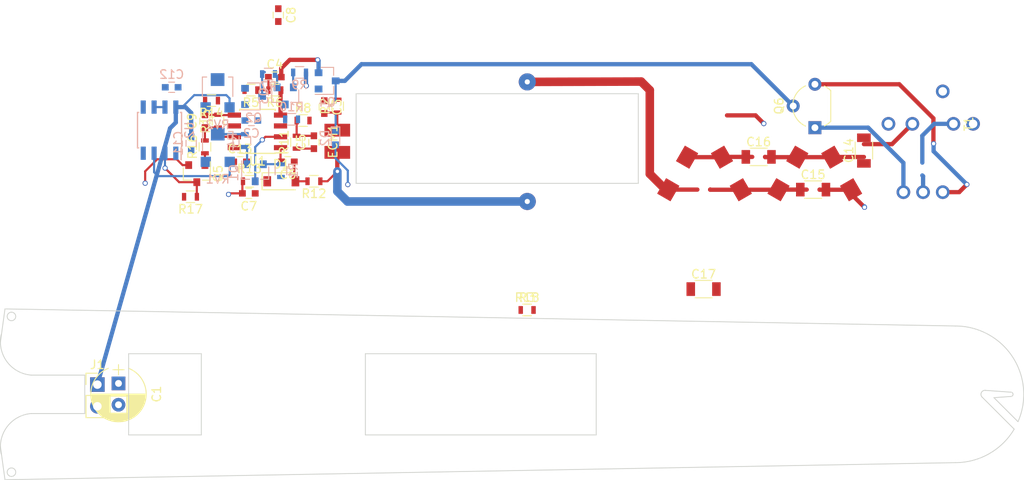
<source format=kicad_pcb>
(kicad_pcb (version 4) (host pcbnew 4.0.7)

  (general
    (links 92)
    (no_connects 65)
    (area 84.85231 67.059999 204.632575 112.357562)
    (thickness 1.6)
    (drawings 31)
    (tracks 172)
    (zones 0)
    (modules 53)
    (nets 34)
  )

  (page A4)
  (layers
    (0 F.Cu signal)
    (31 B.Cu signal)
    (32 B.Adhes user)
    (33 F.Adhes user)
    (34 B.Paste user)
    (35 F.Paste user)
    (36 B.SilkS user)
    (37 F.SilkS user)
    (38 B.Mask user)
    (39 F.Mask user)
    (40 Dwgs.User user)
    (41 Cmts.User user)
    (42 Eco1.User user)
    (43 Eco2.User user)
    (44 Edge.Cuts user)
    (45 Margin user)
    (46 B.CrtYd user)
    (47 F.CrtYd user)
    (48 B.Fab user)
    (49 F.Fab user)
  )

  (setup
    (last_trace_width 0.25)
    (user_trace_width 0.25)
    (user_trace_width 0.5)
    (user_trace_width 1)
    (user_trace_width 2)
    (trace_clearance 0.2)
    (zone_clearance 0.3)
    (zone_45_only yes)
    (trace_min 0.2)
    (segment_width 0.2)
    (edge_width 0.1)
    (via_size 0.6)
    (via_drill 0.4)
    (via_min_size 0.4)
    (via_min_drill 0.3)
    (user_via 2 0.6)
    (uvia_size 0.3)
    (uvia_drill 0.1)
    (uvias_allowed no)
    (uvia_min_size 0.2)
    (uvia_min_drill 0.1)
    (pcb_text_width 0.3)
    (pcb_text_size 1.5 1.5)
    (mod_edge_width 0.15)
    (mod_text_size 1 1)
    (mod_text_width 0.15)
    (pad_size 1.5 1.5)
    (pad_drill 0.6)
    (pad_to_mask_clearance 0)
    (aux_axis_origin 105.2 48.4)
    (grid_origin 177.4 33.2)
    (visible_elements FFFCFFFF)
    (pcbplotparams
      (layerselection 0x01030_80000001)
      (usegerberextensions false)
      (excludeedgelayer true)
      (linewidth 0.100000)
      (plotframeref false)
      (viasonmask false)
      (mode 1)
      (useauxorigin false)
      (hpglpennumber 1)
      (hpglpenspeed 20)
      (hpglpendiameter 15)
      (hpglpenoverlay 2)
      (psnegative false)
      (psa4output false)
      (plotreference true)
      (plotvalue true)
      (plotinvisibletext false)
      (padsonsilk false)
      (subtractmaskfromsilk false)
      (outputformat 1)
      (mirror false)
      (drillshape 0)
      (scaleselection 1)
      (outputdirectory gerber/))
  )

  (net 0 "")
  (net 1 +5V)
  (net 2 "Net-(C2-Pad1)")
  (net 3 "Net-(C3-Pad2)")
  (net 4 "Net-(C3-Pad1)")
  (net 5 mute)
  (net 6 "Net-(C5-Pad1)")
  (net 7 "Net-(C6-Pad1)")
  (net 8 "Net-(C9-Pad2)")
  (net 9 "Net-(C9-Pad1)")
  (net 10 "Net-(C12-Pad2)")
  (net 11 transformer_out)
  (net 12 "Net-(C14-Pad1)")
  (net 13 "Net-(C15-Pad1)")
  (net 14 "Net-(C17-Pad1)")
  (net 15 "Net-(D2-Pad1)")
  (net 16 "Net-(Q1-Pad1)")
  (net 17 "Net-(Q1-Pad2)")
  (net 18 "Net-(Q2-Pad3)")
  (net 19 "Net-(Q3-Pad1)")
  (net 20 "Net-(Q3-Pad2)")
  (net 21 "Net-(Q3-Pad3)")
  (net 22 "Net-(Q5-Pad1)")
  (net 23 "Net-(Q5-Pad3)")
  (net 24 "Net-(Q6-Pad3)")
  (net 25 "Net-(Q6-Pad1)")
  (net 26 timer_out)
  (net 27 "Net-(C4-Pad1)")
  (net 28 jacob_terminal_2)
  (net 29 "Net-(C8-Pad1)")
  (net 30 "Net-(C13-Pad2)")
  (net 31 spark_gate)
  (net 32 jacob_terminal_1)
  (net 33 "Net-(R18-Pad1)")

  (net_class Default "これは標準のネット クラスです。"
    (clearance 0.2)
    (trace_width 0.25)
    (via_dia 0.6)
    (via_drill 0.4)
    (uvia_dia 0.3)
    (uvia_drill 0.1)
    (add_net +5V)
    (add_net "Net-(C12-Pad2)")
    (add_net "Net-(C13-Pad2)")
    (add_net "Net-(C14-Pad1)")
    (add_net "Net-(C15-Pad1)")
    (add_net "Net-(C17-Pad1)")
    (add_net "Net-(C2-Pad1)")
    (add_net "Net-(C3-Pad1)")
    (add_net "Net-(C3-Pad2)")
    (add_net "Net-(C4-Pad1)")
    (add_net "Net-(C5-Pad1)")
    (add_net "Net-(C6-Pad1)")
    (add_net "Net-(C8-Pad1)")
    (add_net "Net-(C9-Pad1)")
    (add_net "Net-(C9-Pad2)")
    (add_net "Net-(D2-Pad1)")
    (add_net "Net-(Q1-Pad1)")
    (add_net "Net-(Q1-Pad2)")
    (add_net "Net-(Q2-Pad3)")
    (add_net "Net-(Q3-Pad1)")
    (add_net "Net-(Q3-Pad2)")
    (add_net "Net-(Q3-Pad3)")
    (add_net "Net-(Q5-Pad1)")
    (add_net "Net-(Q5-Pad3)")
    (add_net "Net-(Q6-Pad1)")
    (add_net "Net-(Q6-Pad3)")
    (add_net "Net-(R18-Pad1)")
    (add_net jacob_terminal_1)
    (add_net jacob_terminal_2)
    (add_net mute)
    (add_net spark_gate)
    (add_net timer_out)
    (add_net transformer_out)
  )

  (module Capacitors_SMD:C_0603 (layer B.Cu) (tedit 59958EE7) (tstamp 5B2F374A)
    (at 114.25 70.25)
    (descr "Capacitor SMD 0603, reflow soldering, AVX (see smccp.pdf)")
    (tags "capacitor 0603")
    (path /5B1C838C)
    (attr smd)
    (fp_text reference C2 (at 0 1.5) (layer B.SilkS)
      (effects (font (size 1 1) (thickness 0.15)) (justify mirror))
    )
    (fp_text value 10u (at 0 -1.5) (layer B.Fab)
      (effects (font (size 1 1) (thickness 0.15)) (justify mirror))
    )
    (fp_line (start 1.4 -0.65) (end -1.4 -0.65) (layer B.CrtYd) (width 0.05))
    (fp_line (start 1.4 -0.65) (end 1.4 0.65) (layer B.CrtYd) (width 0.05))
    (fp_line (start -1.4 0.65) (end -1.4 -0.65) (layer B.CrtYd) (width 0.05))
    (fp_line (start -1.4 0.65) (end 1.4 0.65) (layer B.CrtYd) (width 0.05))
    (fp_line (start 0.35 -0.6) (end -0.35 -0.6) (layer B.SilkS) (width 0.12))
    (fp_line (start -0.35 0.6) (end 0.35 0.6) (layer B.SilkS) (width 0.12))
    (fp_line (start -0.8 0.4) (end 0.8 0.4) (layer B.Fab) (width 0.1))
    (fp_line (start 0.8 0.4) (end 0.8 -0.4) (layer B.Fab) (width 0.1))
    (fp_line (start 0.8 -0.4) (end -0.8 -0.4) (layer B.Fab) (width 0.1))
    (fp_line (start -0.8 -0.4) (end -0.8 0.4) (layer B.Fab) (width 0.1))
    (fp_text user %R (at 0 0) (layer B.Fab)
      (effects (font (size 0.3 0.3) (thickness 0.075)) (justify mirror))
    )
    (pad 2 smd rect (at 0.75 0) (size 0.8 0.75) (layers B.Cu B.Paste B.Mask)
      (net 28 jacob_terminal_2))
    (pad 1 smd rect (at -0.75 0) (size 0.8 0.75) (layers B.Cu B.Paste B.Mask)
      (net 2 "Net-(C2-Pad1)"))
    (model Capacitors_SMD.3dshapes/C_0603.wrl
      (at (xyz 0 0 0))
      (scale (xyz 1 1 1))
      (rotate (xyz 0 0 0))
    )
  )

  (module Capacitors_SMD:C_0603 (layer F.Cu) (tedit 59958EE7) (tstamp 5B2F3750)
    (at 122.78 68.68 270)
    (descr "Capacitor SMD 0603, reflow soldering, AVX (see smccp.pdf)")
    (tags "capacitor 0603")
    (path /5B1B3F19)
    (attr smd)
    (fp_text reference C3 (at 0 -1.5 270) (layer F.SilkS)
      (effects (font (size 1 1) (thickness 0.15)))
    )
    (fp_text value 0.1u (at 0 1.5 270) (layer F.Fab)
      (effects (font (size 1 1) (thickness 0.15)))
    )
    (fp_line (start 1.4 0.65) (end -1.4 0.65) (layer F.CrtYd) (width 0.05))
    (fp_line (start 1.4 0.65) (end 1.4 -0.65) (layer F.CrtYd) (width 0.05))
    (fp_line (start -1.4 -0.65) (end -1.4 0.65) (layer F.CrtYd) (width 0.05))
    (fp_line (start -1.4 -0.65) (end 1.4 -0.65) (layer F.CrtYd) (width 0.05))
    (fp_line (start 0.35 0.6) (end -0.35 0.6) (layer F.SilkS) (width 0.12))
    (fp_line (start -0.35 -0.6) (end 0.35 -0.6) (layer F.SilkS) (width 0.12))
    (fp_line (start -0.8 -0.4) (end 0.8 -0.4) (layer F.Fab) (width 0.1))
    (fp_line (start 0.8 -0.4) (end 0.8 0.4) (layer F.Fab) (width 0.1))
    (fp_line (start 0.8 0.4) (end -0.8 0.4) (layer F.Fab) (width 0.1))
    (fp_line (start -0.8 0.4) (end -0.8 -0.4) (layer F.Fab) (width 0.1))
    (fp_text user %R (at 0 0 270) (layer F.Fab)
      (effects (font (size 0.3 0.3) (thickness 0.075)))
    )
    (pad 2 smd rect (at 0.75 0 270) (size 0.8 0.75) (layers F.Cu F.Paste F.Mask)
      (net 3 "Net-(C3-Pad2)"))
    (pad 1 smd rect (at -0.75 0 270) (size 0.8 0.75) (layers F.Cu F.Paste F.Mask)
      (net 4 "Net-(C3-Pad1)"))
    (model Capacitors_SMD.3dshapes/C_0603.wrl
      (at (xyz 0 0 0))
      (scale (xyz 1 1 1))
      (rotate (xyz 0 0 0))
    )
  )

  (module Capacitors_SMD:C_0603 (layer F.Cu) (tedit 59958EE7) (tstamp 5B2F3756)
    (at 116.994 65.172)
    (descr "Capacitor SMD 0603, reflow soldering, AVX (see smccp.pdf)")
    (tags "capacitor 0603")
    (path /5B1B46C4)
    (attr smd)
    (fp_text reference C4 (at 0 -1.5) (layer F.SilkS)
      (effects (font (size 1 1) (thickness 0.15)))
    )
    (fp_text value 0.1u (at 0 1.5) (layer F.Fab)
      (effects (font (size 1 1) (thickness 0.15)))
    )
    (fp_line (start 1.4 0.65) (end -1.4 0.65) (layer F.CrtYd) (width 0.05))
    (fp_line (start 1.4 0.65) (end 1.4 -0.65) (layer F.CrtYd) (width 0.05))
    (fp_line (start -1.4 -0.65) (end -1.4 0.65) (layer F.CrtYd) (width 0.05))
    (fp_line (start -1.4 -0.65) (end 1.4 -0.65) (layer F.CrtYd) (width 0.05))
    (fp_line (start 0.35 0.6) (end -0.35 0.6) (layer F.SilkS) (width 0.12))
    (fp_line (start -0.35 -0.6) (end 0.35 -0.6) (layer F.SilkS) (width 0.12))
    (fp_line (start -0.8 -0.4) (end 0.8 -0.4) (layer F.Fab) (width 0.1))
    (fp_line (start 0.8 -0.4) (end 0.8 0.4) (layer F.Fab) (width 0.1))
    (fp_line (start 0.8 0.4) (end -0.8 0.4) (layer F.Fab) (width 0.1))
    (fp_line (start -0.8 0.4) (end -0.8 -0.4) (layer F.Fab) (width 0.1))
    (fp_text user %R (at 0 0) (layer F.Fab)
      (effects (font (size 0.3 0.3) (thickness 0.075)))
    )
    (pad 2 smd rect (at 0.75 0) (size 0.8 0.75) (layers F.Cu F.Paste F.Mask)
      (net 28 jacob_terminal_2))
    (pad 1 smd rect (at -0.75 0) (size 0.8 0.75) (layers F.Cu F.Paste F.Mask)
      (net 27 "Net-(C4-Pad1)"))
    (model Capacitors_SMD.3dshapes/C_0603.wrl
      (at (xyz 0 0 0))
      (scale (xyz 1 1 1))
      (rotate (xyz 0 0 0))
    )
  )

  (module Capacitors_SMD:C_0603 (layer F.Cu) (tedit 59958EE7) (tstamp 5B2F375C)
    (at 121.566 72.792 90)
    (descr "Capacitor SMD 0603, reflow soldering, AVX (see smccp.pdf)")
    (tags "capacitor 0603")
    (path /5B1B4B44)
    (attr smd)
    (fp_text reference C5 (at 0 -1.5 90) (layer F.SilkS)
      (effects (font (size 1 1) (thickness 0.15)))
    )
    (fp_text value 560p (at 0 1.5 90) (layer F.Fab)
      (effects (font (size 1 1) (thickness 0.15)))
    )
    (fp_line (start 1.4 0.65) (end -1.4 0.65) (layer F.CrtYd) (width 0.05))
    (fp_line (start 1.4 0.65) (end 1.4 -0.65) (layer F.CrtYd) (width 0.05))
    (fp_line (start -1.4 -0.65) (end -1.4 0.65) (layer F.CrtYd) (width 0.05))
    (fp_line (start -1.4 -0.65) (end 1.4 -0.65) (layer F.CrtYd) (width 0.05))
    (fp_line (start 0.35 0.6) (end -0.35 0.6) (layer F.SilkS) (width 0.12))
    (fp_line (start -0.35 -0.6) (end 0.35 -0.6) (layer F.SilkS) (width 0.12))
    (fp_line (start -0.8 -0.4) (end 0.8 -0.4) (layer F.Fab) (width 0.1))
    (fp_line (start 0.8 -0.4) (end 0.8 0.4) (layer F.Fab) (width 0.1))
    (fp_line (start 0.8 0.4) (end -0.8 0.4) (layer F.Fab) (width 0.1))
    (fp_line (start -0.8 0.4) (end -0.8 -0.4) (layer F.Fab) (width 0.1))
    (fp_text user %R (at 0 0 90) (layer F.Fab)
      (effects (font (size 0.3 0.3) (thickness 0.075)))
    )
    (pad 2 smd rect (at 0.75 0 90) (size 0.8 0.75) (layers F.Cu F.Paste F.Mask)
      (net 5 mute))
    (pad 1 smd rect (at -0.75 0 90) (size 0.8 0.75) (layers F.Cu F.Paste F.Mask)
      (net 6 "Net-(C5-Pad1)"))
    (model Capacitors_SMD.3dshapes/C_0603.wrl
      (at (xyz 0 0 0))
      (scale (xyz 1 1 1))
      (rotate (xyz 0 0 0))
    )
  )

  (module Capacitors_SMD:C_0603 (layer F.Cu) (tedit 59958EE7) (tstamp 5B2F3762)
    (at 118.518 75.078 180)
    (descr "Capacitor SMD 0603, reflow soldering, AVX (see smccp.pdf)")
    (tags "capacitor 0603")
    (path /5B1B5543)
    (attr smd)
    (fp_text reference C6 (at 0 -1.5 180) (layer F.SilkS)
      (effects (font (size 1 1) (thickness 0.15)))
    )
    (fp_text value 0.1u (at 0 1.5 180) (layer F.Fab)
      (effects (font (size 1 1) (thickness 0.15)))
    )
    (fp_line (start 1.4 0.65) (end -1.4 0.65) (layer F.CrtYd) (width 0.05))
    (fp_line (start 1.4 0.65) (end 1.4 -0.65) (layer F.CrtYd) (width 0.05))
    (fp_line (start -1.4 -0.65) (end -1.4 0.65) (layer F.CrtYd) (width 0.05))
    (fp_line (start -1.4 -0.65) (end 1.4 -0.65) (layer F.CrtYd) (width 0.05))
    (fp_line (start 0.35 0.6) (end -0.35 0.6) (layer F.SilkS) (width 0.12))
    (fp_line (start -0.35 -0.6) (end 0.35 -0.6) (layer F.SilkS) (width 0.12))
    (fp_line (start -0.8 -0.4) (end 0.8 -0.4) (layer F.Fab) (width 0.1))
    (fp_line (start 0.8 -0.4) (end 0.8 0.4) (layer F.Fab) (width 0.1))
    (fp_line (start 0.8 0.4) (end -0.8 0.4) (layer F.Fab) (width 0.1))
    (fp_line (start -0.8 0.4) (end -0.8 -0.4) (layer F.Fab) (width 0.1))
    (fp_text user %R (at 0 0 180) (layer F.Fab)
      (effects (font (size 0.3 0.3) (thickness 0.075)))
    )
    (pad 2 smd rect (at 0.75 0 180) (size 0.8 0.75) (layers F.Cu F.Paste F.Mask)
      (net 6 "Net-(C5-Pad1)"))
    (pad 1 smd rect (at -0.75 0 180) (size 0.8 0.75) (layers F.Cu F.Paste F.Mask)
      (net 7 "Net-(C6-Pad1)"))
    (model Capacitors_SMD.3dshapes/C_0603.wrl
      (at (xyz 0 0 0))
      (scale (xyz 1 1 1))
      (rotate (xyz 0 0 0))
    )
  )

  (module Capacitors_SMD:C_0603 (layer F.Cu) (tedit 59958EE7) (tstamp 5B2F3768)
    (at 113.95 78.78 180)
    (descr "Capacitor SMD 0603, reflow soldering, AVX (see smccp.pdf)")
    (tags "capacitor 0603")
    (path /5B1F0DE9)
    (attr smd)
    (fp_text reference C7 (at 0 -1.5 180) (layer F.SilkS)
      (effects (font (size 1 1) (thickness 0.15)))
    )
    (fp_text value 0.1u (at 0 1.5 180) (layer F.Fab)
      (effects (font (size 1 1) (thickness 0.15)))
    )
    (fp_line (start 1.4 0.65) (end -1.4 0.65) (layer F.CrtYd) (width 0.05))
    (fp_line (start 1.4 0.65) (end 1.4 -0.65) (layer F.CrtYd) (width 0.05))
    (fp_line (start -1.4 -0.65) (end -1.4 0.65) (layer F.CrtYd) (width 0.05))
    (fp_line (start -1.4 -0.65) (end 1.4 -0.65) (layer F.CrtYd) (width 0.05))
    (fp_line (start 0.35 0.6) (end -0.35 0.6) (layer F.SilkS) (width 0.12))
    (fp_line (start -0.35 -0.6) (end 0.35 -0.6) (layer F.SilkS) (width 0.12))
    (fp_line (start -0.8 -0.4) (end 0.8 -0.4) (layer F.Fab) (width 0.1))
    (fp_line (start 0.8 -0.4) (end 0.8 0.4) (layer F.Fab) (width 0.1))
    (fp_line (start 0.8 0.4) (end -0.8 0.4) (layer F.Fab) (width 0.1))
    (fp_line (start -0.8 0.4) (end -0.8 -0.4) (layer F.Fab) (width 0.1))
    (fp_text user %R (at 0 0 180) (layer F.Fab)
      (effects (font (size 0.3 0.3) (thickness 0.075)))
    )
    (pad 2 smd rect (at 0.75 0 180) (size 0.8 0.75) (layers F.Cu F.Paste F.Mask)
      (net 28 jacob_terminal_2))
    (pad 1 smd rect (at -0.75 0 180) (size 0.8 0.75) (layers F.Cu F.Paste F.Mask)
      (net 1 +5V))
    (model Capacitors_SMD.3dshapes/C_0603.wrl
      (at (xyz 0 0 0))
      (scale (xyz 1 1 1))
      (rotate (xyz 0 0 0))
    )
  )

  (module Capacitors_SMD:C_0603 (layer F.Cu) (tedit 59958EE7) (tstamp 5B2F3774)
    (at 108.82 70.33 90)
    (descr "Capacitor SMD 0603, reflow soldering, AVX (see smccp.pdf)")
    (tags "capacitor 0603")
    (path /5B1B648F)
    (attr smd)
    (fp_text reference C9 (at 0 -1.5 90) (layer F.SilkS)
      (effects (font (size 1 1) (thickness 0.15)))
    )
    (fp_text value 560p (at 0 1.5 90) (layer F.Fab)
      (effects (font (size 1 1) (thickness 0.15)))
    )
    (fp_line (start 1.4 0.65) (end -1.4 0.65) (layer F.CrtYd) (width 0.05))
    (fp_line (start 1.4 0.65) (end 1.4 -0.65) (layer F.CrtYd) (width 0.05))
    (fp_line (start -1.4 -0.65) (end -1.4 0.65) (layer F.CrtYd) (width 0.05))
    (fp_line (start -1.4 -0.65) (end 1.4 -0.65) (layer F.CrtYd) (width 0.05))
    (fp_line (start 0.35 0.6) (end -0.35 0.6) (layer F.SilkS) (width 0.12))
    (fp_line (start -0.35 -0.6) (end 0.35 -0.6) (layer F.SilkS) (width 0.12))
    (fp_line (start -0.8 -0.4) (end 0.8 -0.4) (layer F.Fab) (width 0.1))
    (fp_line (start 0.8 -0.4) (end 0.8 0.4) (layer F.Fab) (width 0.1))
    (fp_line (start 0.8 0.4) (end -0.8 0.4) (layer F.Fab) (width 0.1))
    (fp_line (start -0.8 0.4) (end -0.8 -0.4) (layer F.Fab) (width 0.1))
    (fp_text user %R (at 0 0 90) (layer F.Fab)
      (effects (font (size 0.3 0.3) (thickness 0.075)))
    )
    (pad 2 smd rect (at 0.75 0 90) (size 0.8 0.75) (layers F.Cu F.Paste F.Mask)
      (net 8 "Net-(C9-Pad2)"))
    (pad 1 smd rect (at -0.75 0 90) (size 0.8 0.75) (layers F.Cu F.Paste F.Mask)
      (net 9 "Net-(C9-Pad1)"))
    (model Capacitors_SMD.3dshapes/C_0603.wrl
      (at (xyz 0 0 0))
      (scale (xyz 1 1 1))
      (rotate (xyz 0 0 0))
    )
  )

  (module Capacitors_SMD:C_0603 (layer B.Cu) (tedit 59958EE7) (tstamp 5B2F3780)
    (at 107.21 72.92 270)
    (descr "Capacitor SMD 0603, reflow soldering, AVX (see smccp.pdf)")
    (tags "capacitor 0603")
    (path /5B1B3A5E)
    (attr smd)
    (fp_text reference C11 (at 0 1.5 270) (layer B.SilkS)
      (effects (font (size 1 1) (thickness 0.15)) (justify mirror))
    )
    (fp_text value 0.1u (at 0 -1.5 270) (layer B.Fab)
      (effects (font (size 1 1) (thickness 0.15)) (justify mirror))
    )
    (fp_line (start 1.4 -0.65) (end -1.4 -0.65) (layer B.CrtYd) (width 0.05))
    (fp_line (start 1.4 -0.65) (end 1.4 0.65) (layer B.CrtYd) (width 0.05))
    (fp_line (start -1.4 0.65) (end -1.4 -0.65) (layer B.CrtYd) (width 0.05))
    (fp_line (start -1.4 0.65) (end 1.4 0.65) (layer B.CrtYd) (width 0.05))
    (fp_line (start 0.35 -0.6) (end -0.35 -0.6) (layer B.SilkS) (width 0.12))
    (fp_line (start -0.35 0.6) (end 0.35 0.6) (layer B.SilkS) (width 0.12))
    (fp_line (start -0.8 0.4) (end 0.8 0.4) (layer B.Fab) (width 0.1))
    (fp_line (start 0.8 0.4) (end 0.8 -0.4) (layer B.Fab) (width 0.1))
    (fp_line (start 0.8 -0.4) (end -0.8 -0.4) (layer B.Fab) (width 0.1))
    (fp_line (start -0.8 -0.4) (end -0.8 0.4) (layer B.Fab) (width 0.1))
    (fp_text user %R (at 0 0 270) (layer B.Fab)
      (effects (font (size 0.3 0.3) (thickness 0.075)) (justify mirror))
    )
    (pad 2 smd rect (at 0.75 0 270) (size 0.8 0.75) (layers B.Cu B.Paste B.Mask)
      (net 28 jacob_terminal_2))
    (pad 1 smd rect (at -0.75 0 270) (size 0.8 0.75) (layers B.Cu B.Paste B.Mask)
      (net 1 +5V))
    (model Capacitors_SMD.3dshapes/C_0603.wrl
      (at (xyz 0 0 0))
      (scale (xyz 1 1 1))
      (rotate (xyz 0 0 0))
    )
  )

  (module Capacitors_SMD:C_0603 (layer B.Cu) (tedit 59958EE7) (tstamp 5B2F3786)
    (at 104.93 66.36 180)
    (descr "Capacitor SMD 0603, reflow soldering, AVX (see smccp.pdf)")
    (tags "capacitor 0603")
    (path /5B1BFAF9)
    (attr smd)
    (fp_text reference C12 (at 0 1.5 180) (layer B.SilkS)
      (effects (font (size 1 1) (thickness 0.15)) (justify mirror))
    )
    (fp_text value 0.1u (at 0 -1.5 180) (layer B.Fab)
      (effects (font (size 1 1) (thickness 0.15)) (justify mirror))
    )
    (fp_line (start 1.4 -0.65) (end -1.4 -0.65) (layer B.CrtYd) (width 0.05))
    (fp_line (start 1.4 -0.65) (end 1.4 0.65) (layer B.CrtYd) (width 0.05))
    (fp_line (start -1.4 0.65) (end -1.4 -0.65) (layer B.CrtYd) (width 0.05))
    (fp_line (start -1.4 0.65) (end 1.4 0.65) (layer B.CrtYd) (width 0.05))
    (fp_line (start 0.35 -0.6) (end -0.35 -0.6) (layer B.SilkS) (width 0.12))
    (fp_line (start -0.35 0.6) (end 0.35 0.6) (layer B.SilkS) (width 0.12))
    (fp_line (start -0.8 0.4) (end 0.8 0.4) (layer B.Fab) (width 0.1))
    (fp_line (start 0.8 0.4) (end 0.8 -0.4) (layer B.Fab) (width 0.1))
    (fp_line (start 0.8 -0.4) (end -0.8 -0.4) (layer B.Fab) (width 0.1))
    (fp_line (start -0.8 -0.4) (end -0.8 0.4) (layer B.Fab) (width 0.1))
    (fp_text user %R (at 0 0 180) (layer B.Fab)
      (effects (font (size 0.3 0.3) (thickness 0.075)) (justify mirror))
    )
    (pad 2 smd rect (at 0.75 0 180) (size 0.8 0.75) (layers B.Cu B.Paste B.Mask)
      (net 10 "Net-(C12-Pad2)"))
    (pad 1 smd rect (at -0.75 0 180) (size 0.8 0.75) (layers B.Cu B.Paste B.Mask)
      (net 28 jacob_terminal_2))
    (model Capacitors_SMD.3dshapes/C_0603.wrl
      (at (xyz 0 0 0))
      (scale (xyz 1 1 1))
      (rotate (xyz 0 0 0))
    )
  )

  (module Capacitors_SMD:C_0603 (layer F.Cu) (tedit 59958EE7) (tstamp 5B2F378C)
    (at 112.93 75.078)
    (descr "Capacitor SMD 0603, reflow soldering, AVX (see smccp.pdf)")
    (tags "capacitor 0603")
    (path /5B1BBBCD)
    (attr smd)
    (fp_text reference C13 (at 0 -1.5) (layer F.SilkS)
      (effects (font (size 1 1) (thickness 0.15)))
    )
    (fp_text value 10u (at 0 1.5) (layer F.Fab)
      (effects (font (size 1 1) (thickness 0.15)))
    )
    (fp_line (start 1.4 0.65) (end -1.4 0.65) (layer F.CrtYd) (width 0.05))
    (fp_line (start 1.4 0.65) (end 1.4 -0.65) (layer F.CrtYd) (width 0.05))
    (fp_line (start -1.4 -0.65) (end -1.4 0.65) (layer F.CrtYd) (width 0.05))
    (fp_line (start -1.4 -0.65) (end 1.4 -0.65) (layer F.CrtYd) (width 0.05))
    (fp_line (start 0.35 0.6) (end -0.35 0.6) (layer F.SilkS) (width 0.12))
    (fp_line (start -0.35 -0.6) (end 0.35 -0.6) (layer F.SilkS) (width 0.12))
    (fp_line (start -0.8 -0.4) (end 0.8 -0.4) (layer F.Fab) (width 0.1))
    (fp_line (start 0.8 -0.4) (end 0.8 0.4) (layer F.Fab) (width 0.1))
    (fp_line (start 0.8 0.4) (end -0.8 0.4) (layer F.Fab) (width 0.1))
    (fp_line (start -0.8 0.4) (end -0.8 -0.4) (layer F.Fab) (width 0.1))
    (fp_text user %R (at 0 0) (layer F.Fab)
      (effects (font (size 0.3 0.3) (thickness 0.075)))
    )
    (pad 2 smd rect (at 0.75 0) (size 0.8 0.75) (layers F.Cu F.Paste F.Mask)
      (net 30 "Net-(C13-Pad2)"))
    (pad 1 smd rect (at -0.75 0) (size 0.8 0.75) (layers F.Cu F.Paste F.Mask)
      (net 28 jacob_terminal_2))
    (model Capacitors_SMD.3dshapes/C_0603.wrl
      (at (xyz 0 0 0))
      (scale (xyz 1 1 1))
      (rotate (xyz 0 0 0))
    )
  )

  (module Diodes_SMD:D_SOD-123 (layer F.Cu) (tedit 58645DC7) (tstamp 5B2F37AA)
    (at 117.756 77.364)
    (descr SOD-123)
    (tags SOD-123)
    (path /5B1B5738)
    (attr smd)
    (fp_text reference D1 (at 0 -2) (layer F.SilkS)
      (effects (font (size 1 1) (thickness 0.15)))
    )
    (fp_text value D (at 0 2.1) (layer F.Fab)
      (effects (font (size 1 1) (thickness 0.15)))
    )
    (fp_text user %R (at 0 -2) (layer F.Fab)
      (effects (font (size 1 1) (thickness 0.15)))
    )
    (fp_line (start -2.25 -1) (end -2.25 1) (layer F.SilkS) (width 0.12))
    (fp_line (start 0.25 0) (end 0.75 0) (layer F.Fab) (width 0.1))
    (fp_line (start 0.25 0.4) (end -0.35 0) (layer F.Fab) (width 0.1))
    (fp_line (start 0.25 -0.4) (end 0.25 0.4) (layer F.Fab) (width 0.1))
    (fp_line (start -0.35 0) (end 0.25 -0.4) (layer F.Fab) (width 0.1))
    (fp_line (start -0.35 0) (end -0.35 0.55) (layer F.Fab) (width 0.1))
    (fp_line (start -0.35 0) (end -0.35 -0.55) (layer F.Fab) (width 0.1))
    (fp_line (start -0.75 0) (end -0.35 0) (layer F.Fab) (width 0.1))
    (fp_line (start -1.4 0.9) (end -1.4 -0.9) (layer F.Fab) (width 0.1))
    (fp_line (start 1.4 0.9) (end -1.4 0.9) (layer F.Fab) (width 0.1))
    (fp_line (start 1.4 -0.9) (end 1.4 0.9) (layer F.Fab) (width 0.1))
    (fp_line (start -1.4 -0.9) (end 1.4 -0.9) (layer F.Fab) (width 0.1))
    (fp_line (start -2.35 -1.15) (end 2.35 -1.15) (layer F.CrtYd) (width 0.05))
    (fp_line (start 2.35 -1.15) (end 2.35 1.15) (layer F.CrtYd) (width 0.05))
    (fp_line (start 2.35 1.15) (end -2.35 1.15) (layer F.CrtYd) (width 0.05))
    (fp_line (start -2.35 -1.15) (end -2.35 1.15) (layer F.CrtYd) (width 0.05))
    (fp_line (start -2.25 1) (end 1.65 1) (layer F.SilkS) (width 0.12))
    (fp_line (start -2.25 -1) (end 1.65 -1) (layer F.SilkS) (width 0.12))
    (pad 1 smd rect (at -1.65 0) (size 0.9 1.2) (layers F.Cu F.Paste F.Mask)
      (net 29 "Net-(C8-Pad1)"))
    (pad 2 smd rect (at 1.65 0) (size 0.9 1.2) (layers F.Cu F.Paste F.Mask)
      (net 7 "Net-(C6-Pad1)"))
    (model ${KISYS3DMOD}/Diodes_SMD.3dshapes/D_SOD-123.wrl
      (at (xyz 0 0 0))
      (scale (xyz 1 1 1))
      (rotate (xyz 0 0 0))
    )
  )

  (module LEDs:LED_0603 (layer B.Cu) (tedit 57FE93A5) (tstamp 5B2F37B0)
    (at 124.09 72.3 270)
    (descr "LED 0603 smd package")
    (tags "LED led 0603 SMD smd SMT smt smdled SMDLED smtled SMTLED")
    (path /5B24E81E)
    (attr smd)
    (fp_text reference D2 (at 0 1.25 270) (layer B.SilkS)
      (effects (font (size 1 1) (thickness 0.15)) (justify mirror))
    )
    (fp_text value LED (at 0 -1.35 270) (layer B.Fab)
      (effects (font (size 1 1) (thickness 0.15)) (justify mirror))
    )
    (fp_line (start -1.3 0.5) (end -1.3 -0.5) (layer B.SilkS) (width 0.12))
    (fp_line (start -0.2 0.2) (end -0.2 -0.2) (layer B.Fab) (width 0.1))
    (fp_line (start -0.15 0) (end 0.15 0.2) (layer B.Fab) (width 0.1))
    (fp_line (start 0.15 -0.2) (end -0.15 0) (layer B.Fab) (width 0.1))
    (fp_line (start 0.15 0.2) (end 0.15 -0.2) (layer B.Fab) (width 0.1))
    (fp_line (start 0.8 -0.4) (end -0.8 -0.4) (layer B.Fab) (width 0.1))
    (fp_line (start 0.8 0.4) (end 0.8 -0.4) (layer B.Fab) (width 0.1))
    (fp_line (start -0.8 0.4) (end 0.8 0.4) (layer B.Fab) (width 0.1))
    (fp_line (start -0.8 -0.4) (end -0.8 0.4) (layer B.Fab) (width 0.1))
    (fp_line (start -1.3 -0.5) (end 0.8 -0.5) (layer B.SilkS) (width 0.12))
    (fp_line (start -1.3 0.5) (end 0.8 0.5) (layer B.SilkS) (width 0.12))
    (fp_line (start 1.45 0.65) (end 1.45 -0.65) (layer B.CrtYd) (width 0.05))
    (fp_line (start 1.45 -0.65) (end -1.45 -0.65) (layer B.CrtYd) (width 0.05))
    (fp_line (start -1.45 -0.65) (end -1.45 0.65) (layer B.CrtYd) (width 0.05))
    (fp_line (start -1.45 0.65) (end 1.45 0.65) (layer B.CrtYd) (width 0.05))
    (pad 2 smd rect (at 0.8 0 90) (size 0.8 0.8) (layers B.Cu B.Paste B.Mask))
    (pad 1 smd rect (at -0.8 0 90) (size 0.8 0.8) (layers B.Cu B.Paste B.Mask)
      (net 15 "Net-(D2-Pad1)"))
    (model ${KISYS3DMOD}/LEDs.3dshapes/LED_0603.wrl
      (at (xyz 0 0 0))
      (scale (xyz 1 1 1))
      (rotate (xyz 0 0 180))
    )
  )

  (module custom_pcb_footprints:DO-214AC (layer F.Cu) (tedit 590C3A57) (tstamp 5B2F37B6)
    (at 183.29 76.45 300)
    (path /5B24A870/5B2522A9)
    (fp_text reference D3 (at -0.87 0.76 300) (layer F.Fab)
      (effects (font (size 0.29972 0.29972) (thickness 0.07493)))
    )
    (fp_text value D (at -0.71 0.12 300) (layer F.Fab)
      (effects (font (size 0.29972 0.29972) (thickness 0.07493)))
    )
    (fp_line (start 0.55118 -1.39954) (end 0.55118 1.30048) (layer F.Fab) (width 0.381))
    (fp_line (start 0.8509 -1.34874) (end 0.8509 1.30048) (layer F.Fab) (width 0.381))
    (fp_line (start 1.15062 -1.39954) (end 1.15062 1.34874) (layer F.Fab) (width 0.381))
    (fp_line (start 2.30124 -1.39954) (end -2.30124 -1.39954) (layer F.Fab) (width 0.381))
    (fp_line (start -2.30124 -1.39954) (end -2.30124 1.39954) (layer F.Fab) (width 0.381))
    (fp_line (start -2.30124 1.39954) (end 2.30124 1.39954) (layer F.Fab) (width 0.381))
    (fp_line (start 2.30124 1.39954) (end 2.30124 -1.39954) (layer F.Fab) (width 0.381))
    (pad 1 smd rect (at -2.19964 0 300) (size 2.10058 1.80086) (layers F.Cu F.Paste F.Mask)
      (net 12 "Net-(C14-Pad1)"))
    (pad 2 smd rect (at 2.19964 0 300) (size 2.10058 1.80086) (layers F.Cu F.Paste F.Mask)
      (net 31 spark_gate))
    (model Housings_DO/DO-214AC.wrl
      (at (xyz 0.08 0.054 0.048))
      (scale (xyz 1 1 1))
      (rotate (xyz 0 0 180))
    )
  )

  (module custom_pcb_footprints:DO-214AC (layer F.Cu) (tedit 590C3A57) (tstamp 5B2F37BC)
    (at 177 76.45 60)
    (path /5B24A870/5B252176)
    (fp_text reference D4 (at -0.87 0.76 60) (layer F.Fab)
      (effects (font (size 0.29972 0.29972) (thickness 0.07493)))
    )
    (fp_text value D (at -0.71 0.12 60) (layer F.Fab)
      (effects (font (size 0.29972 0.29972) (thickness 0.07493)))
    )
    (fp_line (start 0.55118 -1.39954) (end 0.55118 1.30048) (layer F.Fab) (width 0.381))
    (fp_line (start 0.8509 -1.34874) (end 0.8509 1.30048) (layer F.Fab) (width 0.381))
    (fp_line (start 1.15062 -1.39954) (end 1.15062 1.34874) (layer F.Fab) (width 0.381))
    (fp_line (start 2.30124 -1.39954) (end -2.30124 -1.39954) (layer F.Fab) (width 0.381))
    (fp_line (start -2.30124 -1.39954) (end -2.30124 1.39954) (layer F.Fab) (width 0.381))
    (fp_line (start -2.30124 1.39954) (end 2.30124 1.39954) (layer F.Fab) (width 0.381))
    (fp_line (start 2.30124 1.39954) (end 2.30124 -1.39954) (layer F.Fab) (width 0.381))
    (pad 1 smd rect (at -2.19964 0 60) (size 2.10058 1.80086) (layers F.Cu F.Paste F.Mask)
      (net 13 "Net-(C15-Pad1)"))
    (pad 2 smd rect (at 2.19964 0 60) (size 2.10058 1.80086) (layers F.Cu F.Paste F.Mask)
      (net 12 "Net-(C14-Pad1)"))
    (model Housings_DO/DO-214AC.wrl
      (at (xyz 0.08 0.054 0.048))
      (scale (xyz 1 1 1))
      (rotate (xyz 0 0 180))
    )
  )

  (module custom_pcb_footprints:DO-214AC (layer F.Cu) (tedit 590C3A57) (tstamp 5B2F37C2)
    (at 170.39 76.45 300)
    (path /5B24A870/5B252428)
    (fp_text reference D5 (at -0.87 0.76 300) (layer F.Fab)
      (effects (font (size 0.29972 0.29972) (thickness 0.07493)))
    )
    (fp_text value D (at -0.71 0.12 300) (layer F.Fab)
      (effects (font (size 0.29972 0.29972) (thickness 0.07493)))
    )
    (fp_line (start 0.55118 -1.39954) (end 0.55118 1.30048) (layer F.Fab) (width 0.381))
    (fp_line (start 0.8509 -1.34874) (end 0.8509 1.30048) (layer F.Fab) (width 0.381))
    (fp_line (start 1.15062 -1.39954) (end 1.15062 1.34874) (layer F.Fab) (width 0.381))
    (fp_line (start 2.30124 -1.39954) (end -2.30124 -1.39954) (layer F.Fab) (width 0.381))
    (fp_line (start -2.30124 -1.39954) (end -2.30124 1.39954) (layer F.Fab) (width 0.381))
    (fp_line (start -2.30124 1.39954) (end 2.30124 1.39954) (layer F.Fab) (width 0.381))
    (fp_line (start 2.30124 1.39954) (end 2.30124 -1.39954) (layer F.Fab) (width 0.381))
    (pad 1 smd rect (at -2.19964 0 300) (size 2.10058 1.80086) (layers F.Cu F.Paste F.Mask)
      (net 32 jacob_terminal_1))
    (pad 2 smd rect (at 2.19964 0 300) (size 2.10058 1.80086) (layers F.Cu F.Paste F.Mask)
      (net 13 "Net-(C15-Pad1)"))
    (model Housings_DO/DO-214AC.wrl
      (at (xyz 0.08 0.054 0.048))
      (scale (xyz 1 1 1))
      (rotate (xyz 0 0 180))
    )
  )

  (module custom_pcb_footprints:DO-214AC (layer F.Cu) (tedit 590C3A57) (tstamp 5B2F37C8)
    (at 164.11 76.45 60)
    (path /5B24A870/5B252475)
    (fp_text reference D6 (at -0.87 0.76 60) (layer F.Fab)
      (effects (font (size 0.29972 0.29972) (thickness 0.07493)))
    )
    (fp_text value D (at -0.71 0.12 60) (layer F.Fab)
      (effects (font (size 0.29972 0.29972) (thickness 0.07493)))
    )
    (fp_line (start 0.55118 -1.39954) (end 0.55118 1.30048) (layer F.Fab) (width 0.381))
    (fp_line (start 0.8509 -1.34874) (end 0.8509 1.30048) (layer F.Fab) (width 0.381))
    (fp_line (start 1.15062 -1.39954) (end 1.15062 1.34874) (layer F.Fab) (width 0.381))
    (fp_line (start 2.30124 -1.39954) (end -2.30124 -1.39954) (layer F.Fab) (width 0.381))
    (fp_line (start -2.30124 -1.39954) (end -2.30124 1.39954) (layer F.Fab) (width 0.381))
    (fp_line (start -2.30124 1.39954) (end 2.30124 1.39954) (layer F.Fab) (width 0.381))
    (fp_line (start 2.30124 1.39954) (end 2.30124 -1.39954) (layer F.Fab) (width 0.381))
    (pad 1 smd rect (at -2.19964 0 60) (size 2.10058 1.80086) (layers F.Cu F.Paste F.Mask)
      (net 14 "Net-(C17-Pad1)"))
    (pad 2 smd rect (at 2.19964 0 60) (size 2.10058 1.80086) (layers F.Cu F.Paste F.Mask)
      (net 32 jacob_terminal_1))
    (model Housings_DO/DO-214AC.wrl
      (at (xyz 0.08 0.054 0.048))
      (scale (xyz 1 1 1))
      (rotate (xyz 0 0 180))
    )
  )

  (module custom_pcb_footprints:CONDENCER_MICROPHONE_C9767 (layer F.Cu) (tedit 5B2F2AF6) (tstamp 5B2F37CE)
    (at 124.3 72.68 270)
    (path /5B2F3292)
    (fp_text reference ECM1 (at 0 0.5 270) (layer F.SilkS)
      (effects (font (size 1 1) (thickness 0.15)))
    )
    (fp_text value ECM_C9767 (at 0 -0.5 270) (layer F.Fab)
      (effects (font (size 1 1) (thickness 0.15)))
    )
    (pad 1 smd rect (at -1.3 0 270) (size 1.5 3) (layers F.Cu F.Paste F.Mask)
      (net 3 "Net-(C3-Pad2)"))
    (pad 2 smd rect (at 1.3 0 270) (size 1.5 3) (layers F.Cu F.Paste F.Mask)
      (net 28 jacob_terminal_2))
  )

  (module Pin_Headers:Pin_Header_Straight_1x02_Pitch2.54mm (layer F.Cu) (tedit 59650532) (tstamp 5B2F37D4)
    (at 96.24 101.17)
    (descr "Through hole straight pin header, 1x02, 2.54mm pitch, single row")
    (tags "Through hole pin header THT 1x02 2.54mm single row")
    (path /5B1B6D11)
    (fp_text reference J1 (at 0 -2.33) (layer F.SilkS)
      (effects (font (size 1 1) (thickness 0.15)))
    )
    (fp_text value Conn_01x02 (at 0 4.87) (layer F.Fab)
      (effects (font (size 1 1) (thickness 0.15)))
    )
    (fp_line (start -0.635 -1.27) (end 1.27 -1.27) (layer F.Fab) (width 0.1))
    (fp_line (start 1.27 -1.27) (end 1.27 3.81) (layer F.Fab) (width 0.1))
    (fp_line (start 1.27 3.81) (end -1.27 3.81) (layer F.Fab) (width 0.1))
    (fp_line (start -1.27 3.81) (end -1.27 -0.635) (layer F.Fab) (width 0.1))
    (fp_line (start -1.27 -0.635) (end -0.635 -1.27) (layer F.Fab) (width 0.1))
    (fp_line (start -1.33 3.87) (end 1.33 3.87) (layer F.SilkS) (width 0.12))
    (fp_line (start -1.33 1.27) (end -1.33 3.87) (layer F.SilkS) (width 0.12))
    (fp_line (start 1.33 1.27) (end 1.33 3.87) (layer F.SilkS) (width 0.12))
    (fp_line (start -1.33 1.27) (end 1.33 1.27) (layer F.SilkS) (width 0.12))
    (fp_line (start -1.33 0) (end -1.33 -1.33) (layer F.SilkS) (width 0.12))
    (fp_line (start -1.33 -1.33) (end 0 -1.33) (layer F.SilkS) (width 0.12))
    (fp_line (start -1.8 -1.8) (end -1.8 4.35) (layer F.CrtYd) (width 0.05))
    (fp_line (start -1.8 4.35) (end 1.8 4.35) (layer F.CrtYd) (width 0.05))
    (fp_line (start 1.8 4.35) (end 1.8 -1.8) (layer F.CrtYd) (width 0.05))
    (fp_line (start 1.8 -1.8) (end -1.8 -1.8) (layer F.CrtYd) (width 0.05))
    (fp_text user %R (at 0 1.27 90) (layer F.Fab)
      (effects (font (size 1 1) (thickness 0.15)))
    )
    (pad 1 thru_hole rect (at 0 0) (size 1.7 1.7) (drill 1) (layers *.Cu *.Mask)
      (net 1 +5V))
    (pad 2 thru_hole oval (at 0 2.54) (size 1.7 1.7) (drill 1) (layers *.Cu *.Mask)
      (net 28 jacob_terminal_2))
    (model ${KISYS3DMOD}/Pin_Headers.3dshapes/Pin_Header_Straight_1x02_Pitch2.54mm.wrl
      (at (xyz 0 0 0))
      (scale (xyz 1 1 1))
      (rotate (xyz 0 0 0))
    )
  )

  (module TO_SOT_Packages_SMD:SOT-23 (layer B.Cu) (tedit 58CE4E7E) (tstamp 5B2F37DB)
    (at 114.7 76.37 270)
    (descr "SOT-23, Standard")
    (tags SOT-23)
    (path /5B1C8648)
    (attr smd)
    (fp_text reference Q1 (at 0 2.5 270) (layer B.SilkS)
      (effects (font (size 1 1) (thickness 0.15)) (justify mirror))
    )
    (fp_text value 2sc33s5-y (at 0 -2.5 270) (layer B.Fab)
      (effects (font (size 1 1) (thickness 0.15)) (justify mirror))
    )
    (fp_text user %R (at 0 0 540) (layer B.Fab)
      (effects (font (size 0.5 0.5) (thickness 0.075)) (justify mirror))
    )
    (fp_line (start -0.7 0.95) (end -0.7 -1.5) (layer B.Fab) (width 0.1))
    (fp_line (start -0.15 1.52) (end 0.7 1.52) (layer B.Fab) (width 0.1))
    (fp_line (start -0.7 0.95) (end -0.15 1.52) (layer B.Fab) (width 0.1))
    (fp_line (start 0.7 1.52) (end 0.7 -1.52) (layer B.Fab) (width 0.1))
    (fp_line (start -0.7 -1.52) (end 0.7 -1.52) (layer B.Fab) (width 0.1))
    (fp_line (start 0.76 -1.58) (end 0.76 -0.65) (layer B.SilkS) (width 0.12))
    (fp_line (start 0.76 1.58) (end 0.76 0.65) (layer B.SilkS) (width 0.12))
    (fp_line (start -1.7 1.75) (end 1.7 1.75) (layer B.CrtYd) (width 0.05))
    (fp_line (start 1.7 1.75) (end 1.7 -1.75) (layer B.CrtYd) (width 0.05))
    (fp_line (start 1.7 -1.75) (end -1.7 -1.75) (layer B.CrtYd) (width 0.05))
    (fp_line (start -1.7 -1.75) (end -1.7 1.75) (layer B.CrtYd) (width 0.05))
    (fp_line (start 0.76 1.58) (end -1.4 1.58) (layer B.SilkS) (width 0.12))
    (fp_line (start 0.76 -1.58) (end -0.7 -1.58) (layer B.SilkS) (width 0.12))
    (pad 1 smd rect (at -1 0.95 270) (size 0.9 0.8) (layers B.Cu B.Paste B.Mask)
      (net 16 "Net-(Q1-Pad1)"))
    (pad 2 smd rect (at -1 -0.95 270) (size 0.9 0.8) (layers B.Cu B.Paste B.Mask)
      (net 17 "Net-(Q1-Pad2)"))
    (pad 3 smd rect (at 1 0 270) (size 0.9 0.8) (layers B.Cu B.Paste B.Mask)
      (net 5 mute))
    (model ${KISYS3DMOD}/TO_SOT_Packages_SMD.3dshapes/SOT-23.wrl
      (at (xyz 0 0 0))
      (scale (xyz 1 1 1))
      (rotate (xyz 0 0 0))
    )
  )

  (module TO_SOT_Packages_SMD:SOT-23 (layer B.Cu) (tedit 58CE4E7E) (tstamp 5B2F37E2)
    (at 114.51 67.43)
    (descr "SOT-23, Standard")
    (tags SOT-23)
    (path /5B1CA8E9)
    (attr smd)
    (fp_text reference Q2 (at 0 2.5) (layer B.SilkS)
      (effects (font (size 1 1) (thickness 0.15)) (justify mirror))
    )
    (fp_text value 2sc3325-y (at 0 -2.5) (layer B.Fab)
      (effects (font (size 1 1) (thickness 0.15)) (justify mirror))
    )
    (fp_text user %R (at 0 0 270) (layer B.Fab)
      (effects (font (size 0.5 0.5) (thickness 0.075)) (justify mirror))
    )
    (fp_line (start -0.7 0.95) (end -0.7 -1.5) (layer B.Fab) (width 0.1))
    (fp_line (start -0.15 1.52) (end 0.7 1.52) (layer B.Fab) (width 0.1))
    (fp_line (start -0.7 0.95) (end -0.15 1.52) (layer B.Fab) (width 0.1))
    (fp_line (start 0.7 1.52) (end 0.7 -1.52) (layer B.Fab) (width 0.1))
    (fp_line (start -0.7 -1.52) (end 0.7 -1.52) (layer B.Fab) (width 0.1))
    (fp_line (start 0.76 -1.58) (end 0.76 -0.65) (layer B.SilkS) (width 0.12))
    (fp_line (start 0.76 1.58) (end 0.76 0.65) (layer B.SilkS) (width 0.12))
    (fp_line (start -1.7 1.75) (end 1.7 1.75) (layer B.CrtYd) (width 0.05))
    (fp_line (start 1.7 1.75) (end 1.7 -1.75) (layer B.CrtYd) (width 0.05))
    (fp_line (start 1.7 -1.75) (end -1.7 -1.75) (layer B.CrtYd) (width 0.05))
    (fp_line (start -1.7 -1.75) (end -1.7 1.75) (layer B.CrtYd) (width 0.05))
    (fp_line (start 0.76 1.58) (end -1.4 1.58) (layer B.SilkS) (width 0.12))
    (fp_line (start 0.76 -1.58) (end -0.7 -1.58) (layer B.SilkS) (width 0.12))
    (pad 1 smd rect (at -1 0.95) (size 0.9 0.8) (layers B.Cu B.Paste B.Mask)
      (net 2 "Net-(C2-Pad1)"))
    (pad 2 smd rect (at -1 -0.95) (size 0.9 0.8) (layers B.Cu B.Paste B.Mask)
      (net 28 jacob_terminal_2))
    (pad 3 smd rect (at 1 0) (size 0.9 0.8) (layers B.Cu B.Paste B.Mask)
      (net 18 "Net-(Q2-Pad3)"))
    (model ${KISYS3DMOD}/TO_SOT_Packages_SMD.3dshapes/SOT-23.wrl
      (at (xyz 0 0 0))
      (scale (xyz 1 1 1))
      (rotate (xyz 0 0 0))
    )
  )

  (module TO_SOT_Packages_SMD:SOT-23 (layer B.Cu) (tedit 58CE4E7E) (tstamp 5B2F37E9)
    (at 118.21 67.37 270)
    (descr "SOT-23, Standard")
    (tags SOT-23)
    (path /5B1CE220)
    (attr smd)
    (fp_text reference Q3 (at 0 2.5 270) (layer B.SilkS)
      (effects (font (size 1 1) (thickness 0.15)) (justify mirror))
    )
    (fp_text value 2sa1313 (at 0 -2.5 270) (layer B.Fab)
      (effects (font (size 1 1) (thickness 0.15)) (justify mirror))
    )
    (fp_text user %R (at 0 0 540) (layer B.Fab)
      (effects (font (size 0.5 0.5) (thickness 0.075)) (justify mirror))
    )
    (fp_line (start -0.7 0.95) (end -0.7 -1.5) (layer B.Fab) (width 0.1))
    (fp_line (start -0.15 1.52) (end 0.7 1.52) (layer B.Fab) (width 0.1))
    (fp_line (start -0.7 0.95) (end -0.15 1.52) (layer B.Fab) (width 0.1))
    (fp_line (start 0.7 1.52) (end 0.7 -1.52) (layer B.Fab) (width 0.1))
    (fp_line (start -0.7 -1.52) (end 0.7 -1.52) (layer B.Fab) (width 0.1))
    (fp_line (start 0.76 -1.58) (end 0.76 -0.65) (layer B.SilkS) (width 0.12))
    (fp_line (start 0.76 1.58) (end 0.76 0.65) (layer B.SilkS) (width 0.12))
    (fp_line (start -1.7 1.75) (end 1.7 1.75) (layer B.CrtYd) (width 0.05))
    (fp_line (start 1.7 1.75) (end 1.7 -1.75) (layer B.CrtYd) (width 0.05))
    (fp_line (start 1.7 -1.75) (end -1.7 -1.75) (layer B.CrtYd) (width 0.05))
    (fp_line (start -1.7 -1.75) (end -1.7 1.75) (layer B.CrtYd) (width 0.05))
    (fp_line (start 0.76 1.58) (end -1.4 1.58) (layer B.SilkS) (width 0.12))
    (fp_line (start 0.76 -1.58) (end -0.7 -1.58) (layer B.SilkS) (width 0.12))
    (pad 1 smd rect (at -1 0.95 270) (size 0.9 0.8) (layers B.Cu B.Paste B.Mask)
      (net 19 "Net-(Q3-Pad1)"))
    (pad 2 smd rect (at -1 -0.95 270) (size 0.9 0.8) (layers B.Cu B.Paste B.Mask)
      (net 20 "Net-(Q3-Pad2)"))
    (pad 3 smd rect (at 1 0 270) (size 0.9 0.8) (layers B.Cu B.Paste B.Mask)
      (net 21 "Net-(Q3-Pad3)"))
    (model ${KISYS3DMOD}/TO_SOT_Packages_SMD.3dshapes/SOT-23.wrl
      (at (xyz 0 0 0))
      (scale (xyz 1 1 1))
      (rotate (xyz 0 0 0))
    )
  )

  (module TO_SOT_Packages_SMD:SOT-23 (layer B.Cu) (tedit 58CE4E7E) (tstamp 5B2F37F0)
    (at 123.11 65.61)
    (descr "SOT-23, Standard")
    (tags SOT-23)
    (path /5B49A7A9)
    (attr smd)
    (fp_text reference Q4 (at 0 2.5) (layer B.SilkS)
      (effects (font (size 1 1) (thickness 0.15)) (justify mirror))
    )
    (fp_text value SSM3K329R (at 0 -2.5) (layer B.Fab)
      (effects (font (size 1 1) (thickness 0.15)) (justify mirror))
    )
    (fp_text user %R (at 0 0 270) (layer B.Fab)
      (effects (font (size 0.5 0.5) (thickness 0.075)) (justify mirror))
    )
    (fp_line (start -0.7 0.95) (end -0.7 -1.5) (layer B.Fab) (width 0.1))
    (fp_line (start -0.15 1.52) (end 0.7 1.52) (layer B.Fab) (width 0.1))
    (fp_line (start -0.7 0.95) (end -0.15 1.52) (layer B.Fab) (width 0.1))
    (fp_line (start 0.7 1.52) (end 0.7 -1.52) (layer B.Fab) (width 0.1))
    (fp_line (start -0.7 -1.52) (end 0.7 -1.52) (layer B.Fab) (width 0.1))
    (fp_line (start 0.76 -1.58) (end 0.76 -0.65) (layer B.SilkS) (width 0.12))
    (fp_line (start 0.76 1.58) (end 0.76 0.65) (layer B.SilkS) (width 0.12))
    (fp_line (start -1.7 1.75) (end 1.7 1.75) (layer B.CrtYd) (width 0.05))
    (fp_line (start 1.7 1.75) (end 1.7 -1.75) (layer B.CrtYd) (width 0.05))
    (fp_line (start 1.7 -1.75) (end -1.7 -1.75) (layer B.CrtYd) (width 0.05))
    (fp_line (start -1.7 -1.75) (end -1.7 1.75) (layer B.CrtYd) (width 0.05))
    (fp_line (start 0.76 1.58) (end -1.4 1.58) (layer B.SilkS) (width 0.12))
    (fp_line (start 0.76 -1.58) (end -0.7 -1.58) (layer B.SilkS) (width 0.12))
    (pad 1 smd rect (at -1 0.95) (size 0.9 0.8) (layers B.Cu B.Paste B.Mask)
      (net 21 "Net-(Q3-Pad3)"))
    (pad 2 smd rect (at -1 -0.95) (size 0.9 0.8) (layers B.Cu B.Paste B.Mask)
      (net 28 jacob_terminal_2))
    (pad 3 smd rect (at 1 0) (size 0.9 0.8) (layers B.Cu B.Paste B.Mask)
      (net 31 spark_gate))
    (model ${KISYS3DMOD}/TO_SOT_Packages_SMD.3dshapes/SOT-23.wrl
      (at (xyz 0 0 0))
      (scale (xyz 1 1 1))
      (rotate (xyz 0 0 0))
    )
  )

  (module TO_SOT_Packages_SMD:SOT-23 (layer F.Cu) (tedit 58CE4E7E) (tstamp 5B2F37F7)
    (at 107.87 76.47 270)
    (descr "SOT-23, Standard")
    (tags SOT-23)
    (path /5B1BB88D)
    (attr smd)
    (fp_text reference Q5 (at 0 -2.5 270) (layer F.SilkS)
      (effects (font (size 1 1) (thickness 0.15)))
    )
    (fp_text value 2sc3325-y (at 0 2.5 270) (layer F.Fab)
      (effects (font (size 1 1) (thickness 0.15)))
    )
    (fp_text user %R (at 0 0 360) (layer F.Fab)
      (effects (font (size 0.5 0.5) (thickness 0.075)))
    )
    (fp_line (start -0.7 -0.95) (end -0.7 1.5) (layer F.Fab) (width 0.1))
    (fp_line (start -0.15 -1.52) (end 0.7 -1.52) (layer F.Fab) (width 0.1))
    (fp_line (start -0.7 -0.95) (end -0.15 -1.52) (layer F.Fab) (width 0.1))
    (fp_line (start 0.7 -1.52) (end 0.7 1.52) (layer F.Fab) (width 0.1))
    (fp_line (start -0.7 1.52) (end 0.7 1.52) (layer F.Fab) (width 0.1))
    (fp_line (start 0.76 1.58) (end 0.76 0.65) (layer F.SilkS) (width 0.12))
    (fp_line (start 0.76 -1.58) (end 0.76 -0.65) (layer F.SilkS) (width 0.12))
    (fp_line (start -1.7 -1.75) (end 1.7 -1.75) (layer F.CrtYd) (width 0.05))
    (fp_line (start 1.7 -1.75) (end 1.7 1.75) (layer F.CrtYd) (width 0.05))
    (fp_line (start 1.7 1.75) (end -1.7 1.75) (layer F.CrtYd) (width 0.05))
    (fp_line (start -1.7 1.75) (end -1.7 -1.75) (layer F.CrtYd) (width 0.05))
    (fp_line (start 0.76 -1.58) (end -1.4 -1.58) (layer F.SilkS) (width 0.12))
    (fp_line (start 0.76 1.58) (end -0.7 1.58) (layer F.SilkS) (width 0.12))
    (pad 1 smd rect (at -1 -0.95 270) (size 0.9 0.8) (layers F.Cu F.Paste F.Mask)
      (net 22 "Net-(Q5-Pad1)"))
    (pad 2 smd rect (at -1 0.95 270) (size 0.9 0.8) (layers F.Cu F.Paste F.Mask)
      (net 28 jacob_terminal_2))
    (pad 3 smd rect (at 1 0 270) (size 0.9 0.8) (layers F.Cu F.Paste F.Mask)
      (net 23 "Net-(Q5-Pad3)"))
    (model ${KISYS3DMOD}/TO_SOT_Packages_SMD.3dshapes/SOT-23.wrl
      (at (xyz 0 0 0))
      (scale (xyz 1 1 1))
      (rotate (xyz 0 0 0))
    )
  )

  (module TO_SOT_Packages_THT:TO-92_Molded_Wide (layer F.Cu) (tedit 58CE52AF) (tstamp 5B2F37FE)
    (at 180.16 71.09 90)
    (descr "TO-92 leads molded, wide, drill 0.8mm (see NXP sot054_po.pdf)")
    (tags "to-92 sc-43 sc-43a sot54 PA33 transistor")
    (path /5B24A870/5B254C96)
    (fp_text reference Q6 (at 2.54 -4.19 270) (layer F.SilkS)
      (effects (font (size 1 1) (thickness 0.15)))
    )
    (fp_text value Q_NPN_ECB (at 2.54 2.79 90) (layer F.Fab)
      (effects (font (size 1 1) (thickness 0.15)))
    )
    (fp_text user %R (at 2.54 -4.19 270) (layer F.Fab)
      (effects (font (size 1 1) (thickness 0.15)))
    )
    (fp_line (start 0.74 1.85) (end 4.34 1.85) (layer F.SilkS) (width 0.12))
    (fp_line (start 0.8 1.75) (end 4.3 1.75) (layer F.Fab) (width 0.1))
    (fp_line (start -1.01 -3.55) (end 6.09 -3.55) (layer F.CrtYd) (width 0.05))
    (fp_line (start -1.01 -3.55) (end -1.01 2.01) (layer F.CrtYd) (width 0.05))
    (fp_line (start 6.09 2.01) (end 6.09 -3.55) (layer F.CrtYd) (width 0.05))
    (fp_line (start 6.09 2.01) (end -1.01 2.01) (layer F.CrtYd) (width 0.05))
    (fp_arc (start 2.54 0) (end 0.74 1.85) (angle 20) (layer F.SilkS) (width 0.12))
    (fp_arc (start 2.54 0) (end 2.54 -2.6) (angle -65) (layer F.SilkS) (width 0.12))
    (fp_arc (start 2.54 0) (end 2.54 -2.6) (angle 65) (layer F.SilkS) (width 0.12))
    (fp_arc (start 2.54 0) (end 2.54 -2.48) (angle 135) (layer F.Fab) (width 0.1))
    (fp_arc (start 2.54 0) (end 2.54 -2.48) (angle -135) (layer F.Fab) (width 0.1))
    (fp_arc (start 2.54 0) (end 4.34 1.85) (angle -20) (layer F.SilkS) (width 0.12))
    (pad 2 thru_hole circle (at 2.54 -2.54 180) (size 1.52 1.52) (drill 0.8) (layers *.Cu *.Mask)
      (net 31 spark_gate))
    (pad 3 thru_hole circle (at 5.08 0 180) (size 1.52 1.52) (drill 0.8) (layers *.Cu *.Mask)
      (net 24 "Net-(Q6-Pad3)"))
    (pad 1 thru_hole rect (at 0 0 180) (size 1.52 1.52) (drill 0.8) (layers *.Cu *.Mask)
      (net 25 "Net-(Q6-Pad1)"))
    (model ${KISYS3DMOD}/TO_SOT_Packages_THT.3dshapes/TO-92_Molded_Wide.wrl
      (at (xyz 0.1 0 0))
      (scale (xyz 1 1 1))
      (rotate (xyz 0 0 -90))
    )
  )

  (module Resistors_SMD:R_0603 (layer B.Cu) (tedit 58E0A804) (tstamp 5B2F3804)
    (at 117.71 76.11 90)
    (descr "Resistor SMD 0603, reflow soldering, Vishay (see dcrcw.pdf)")
    (tags "resistor 0603")
    (path /5B1C884A)
    (attr smd)
    (fp_text reference R1 (at 0 1.45 90) (layer B.SilkS)
      (effects (font (size 1 1) (thickness 0.15)) (justify mirror))
    )
    (fp_text value 1k (at 0 -1.5 90) (layer B.Fab)
      (effects (font (size 1 1) (thickness 0.15)) (justify mirror))
    )
    (fp_text user %R (at 0 0 90) (layer B.Fab)
      (effects (font (size 0.4 0.4) (thickness 0.075)) (justify mirror))
    )
    (fp_line (start -0.8 -0.4) (end -0.8 0.4) (layer B.Fab) (width 0.1))
    (fp_line (start 0.8 -0.4) (end -0.8 -0.4) (layer B.Fab) (width 0.1))
    (fp_line (start 0.8 0.4) (end 0.8 -0.4) (layer B.Fab) (width 0.1))
    (fp_line (start -0.8 0.4) (end 0.8 0.4) (layer B.Fab) (width 0.1))
    (fp_line (start 0.5 -0.68) (end -0.5 -0.68) (layer B.SilkS) (width 0.12))
    (fp_line (start -0.5 0.68) (end 0.5 0.68) (layer B.SilkS) (width 0.12))
    (fp_line (start -1.25 0.7) (end 1.25 0.7) (layer B.CrtYd) (width 0.05))
    (fp_line (start -1.25 0.7) (end -1.25 -0.7) (layer B.CrtYd) (width 0.05))
    (fp_line (start 1.25 -0.7) (end 1.25 0.7) (layer B.CrtYd) (width 0.05))
    (fp_line (start 1.25 -0.7) (end -1.25 -0.7) (layer B.CrtYd) (width 0.05))
    (pad 1 smd rect (at -0.75 0 90) (size 0.5 0.9) (layers B.Cu B.Paste B.Mask)
      (net 28 jacob_terminal_2))
    (pad 2 smd rect (at 0.75 0 90) (size 0.5 0.9) (layers B.Cu B.Paste B.Mask)
      (net 17 "Net-(Q1-Pad2)"))
    (model ${KISYS3DMOD}/Resistors_SMD.3dshapes/R_0603.wrl
      (at (xyz 0 0 0))
      (scale (xyz 1 1 1))
      (rotate (xyz 0 0 0))
    )
  )

  (module Resistors_SMD:R_0603 (layer F.Cu) (tedit 58E0A804) (tstamp 5B2F380A)
    (at 124.34 68.57 90)
    (descr "Resistor SMD 0603, reflow soldering, Vishay (see dcrcw.pdf)")
    (tags "resistor 0603")
    (path /5B1B3FDB)
    (attr smd)
    (fp_text reference R2 (at 0 -1.45 90) (layer F.SilkS)
      (effects (font (size 1 1) (thickness 0.15)))
    )
    (fp_text value 10k (at 0 1.5 90) (layer F.Fab)
      (effects (font (size 1 1) (thickness 0.15)))
    )
    (fp_text user %R (at 0 0 90) (layer F.Fab)
      (effects (font (size 0.4 0.4) (thickness 0.075)))
    )
    (fp_line (start -0.8 0.4) (end -0.8 -0.4) (layer F.Fab) (width 0.1))
    (fp_line (start 0.8 0.4) (end -0.8 0.4) (layer F.Fab) (width 0.1))
    (fp_line (start 0.8 -0.4) (end 0.8 0.4) (layer F.Fab) (width 0.1))
    (fp_line (start -0.8 -0.4) (end 0.8 -0.4) (layer F.Fab) (width 0.1))
    (fp_line (start 0.5 0.68) (end -0.5 0.68) (layer F.SilkS) (width 0.12))
    (fp_line (start -0.5 -0.68) (end 0.5 -0.68) (layer F.SilkS) (width 0.12))
    (fp_line (start -1.25 -0.7) (end 1.25 -0.7) (layer F.CrtYd) (width 0.05))
    (fp_line (start -1.25 -0.7) (end -1.25 0.7) (layer F.CrtYd) (width 0.05))
    (fp_line (start 1.25 0.7) (end 1.25 -0.7) (layer F.CrtYd) (width 0.05))
    (fp_line (start 1.25 0.7) (end -1.25 0.7) (layer F.CrtYd) (width 0.05))
    (pad 1 smd rect (at -0.75 0 90) (size 0.5 0.9) (layers F.Cu F.Paste F.Mask)
      (net 3 "Net-(C3-Pad2)"))
    (pad 2 smd rect (at 0.75 0 90) (size 0.5 0.9) (layers F.Cu F.Paste F.Mask)
      (net 1 +5V))
    (model ${KISYS3DMOD}/Resistors_SMD.3dshapes/R_0603.wrl
      (at (xyz 0 0 0))
      (scale (xyz 1 1 1))
      (rotate (xyz 0 0 0))
    )
  )

  (module Resistors_SMD:R_0603 (layer B.Cu) (tedit 58E0A804) (tstamp 5B2F3810)
    (at 113.49 72.6 270)
    (descr "Resistor SMD 0603, reflow soldering, Vishay (see dcrcw.pdf)")
    (tags "resistor 0603")
    (path /5B1B43E6)
    (attr smd)
    (fp_text reference R4 (at 0 1.45 270) (layer B.SilkS)
      (effects (font (size 1 1) (thickness 0.15)) (justify mirror))
    )
    (fp_text value 10k (at 0 -1.5 270) (layer B.Fab)
      (effects (font (size 1 1) (thickness 0.15)) (justify mirror))
    )
    (fp_text user %R (at 0 0 270) (layer B.Fab)
      (effects (font (size 0.4 0.4) (thickness 0.075)) (justify mirror))
    )
    (fp_line (start -0.8 -0.4) (end -0.8 0.4) (layer B.Fab) (width 0.1))
    (fp_line (start 0.8 -0.4) (end -0.8 -0.4) (layer B.Fab) (width 0.1))
    (fp_line (start 0.8 0.4) (end 0.8 -0.4) (layer B.Fab) (width 0.1))
    (fp_line (start -0.8 0.4) (end 0.8 0.4) (layer B.Fab) (width 0.1))
    (fp_line (start 0.5 -0.68) (end -0.5 -0.68) (layer B.SilkS) (width 0.12))
    (fp_line (start -0.5 0.68) (end 0.5 0.68) (layer B.SilkS) (width 0.12))
    (fp_line (start -1.25 0.7) (end 1.25 0.7) (layer B.CrtYd) (width 0.05))
    (fp_line (start -1.25 0.7) (end -1.25 -0.7) (layer B.CrtYd) (width 0.05))
    (fp_line (start 1.25 -0.7) (end 1.25 0.7) (layer B.CrtYd) (width 0.05))
    (fp_line (start 1.25 -0.7) (end -1.25 -0.7) (layer B.CrtYd) (width 0.05))
    (pad 1 smd rect (at -0.75 0 270) (size 0.5 0.9) (layers B.Cu B.Paste B.Mask)
      (net 27 "Net-(C4-Pad1)"))
    (pad 2 smd rect (at 0.75 0 270) (size 0.5 0.9) (layers B.Cu B.Paste B.Mask)
      (net 1 +5V))
    (model ${KISYS3DMOD}/Resistors_SMD.3dshapes/R_0603.wrl
      (at (xyz 0 0 0))
      (scale (xyz 1 1 1))
      (rotate (xyz 0 0 0))
    )
  )

  (module Resistors_SMD:R_0603 (layer F.Cu) (tedit 58E0A804) (tstamp 5B2F3816)
    (at 114.2 66.696 180)
    (descr "Resistor SMD 0603, reflow soldering, Vishay (see dcrcw.pdf)")
    (tags "resistor 0603")
    (path /5B1B4462)
    (attr smd)
    (fp_text reference R5 (at 0 -1.45 180) (layer F.SilkS)
      (effects (font (size 1 1) (thickness 0.15)))
    )
    (fp_text value 10k (at 0 1.5 180) (layer F.Fab)
      (effects (font (size 1 1) (thickness 0.15)))
    )
    (fp_text user %R (at 0 0 180) (layer F.Fab)
      (effects (font (size 0.4 0.4) (thickness 0.075)))
    )
    (fp_line (start -0.8 0.4) (end -0.8 -0.4) (layer F.Fab) (width 0.1))
    (fp_line (start 0.8 0.4) (end -0.8 0.4) (layer F.Fab) (width 0.1))
    (fp_line (start 0.8 -0.4) (end 0.8 0.4) (layer F.Fab) (width 0.1))
    (fp_line (start -0.8 -0.4) (end 0.8 -0.4) (layer F.Fab) (width 0.1))
    (fp_line (start 0.5 0.68) (end -0.5 0.68) (layer F.SilkS) (width 0.12))
    (fp_line (start -0.5 -0.68) (end 0.5 -0.68) (layer F.SilkS) (width 0.12))
    (fp_line (start -1.25 -0.7) (end 1.25 -0.7) (layer F.CrtYd) (width 0.05))
    (fp_line (start -1.25 -0.7) (end -1.25 0.7) (layer F.CrtYd) (width 0.05))
    (fp_line (start 1.25 0.7) (end 1.25 -0.7) (layer F.CrtYd) (width 0.05))
    (fp_line (start 1.25 0.7) (end -1.25 0.7) (layer F.CrtYd) (width 0.05))
    (pad 1 smd rect (at -0.75 0 180) (size 0.5 0.9) (layers F.Cu F.Paste F.Mask)
      (net 28 jacob_terminal_2))
    (pad 2 smd rect (at 0.75 0 180) (size 0.5 0.9) (layers F.Cu F.Paste F.Mask)
      (net 27 "Net-(C4-Pad1)"))
    (model ${KISYS3DMOD}/Resistors_SMD.3dshapes/R_0603.wrl
      (at (xyz 0 0 0))
      (scale (xyz 1 1 1))
      (rotate (xyz 0 0 0))
    )
  )

  (module Resistors_SMD:R_0603 (layer F.Cu) (tedit 58E0A804) (tstamp 5B2F381C)
    (at 116.994 66.696 180)
    (descr "Resistor SMD 0603, reflow soldering, Vishay (see dcrcw.pdf)")
    (tags "resistor 0603")
    (path /5B1CAA2C)
    (attr smd)
    (fp_text reference R6 (at 0 -1.45 180) (layer F.SilkS)
      (effects (font (size 1 1) (thickness 0.15)))
    )
    (fp_text value 1k (at 0 1.5 180) (layer F.Fab)
      (effects (font (size 1 1) (thickness 0.15)))
    )
    (fp_text user %R (at 0 0 180) (layer F.Fab)
      (effects (font (size 0.4 0.4) (thickness 0.075)))
    )
    (fp_line (start -0.8 0.4) (end -0.8 -0.4) (layer F.Fab) (width 0.1))
    (fp_line (start 0.8 0.4) (end -0.8 0.4) (layer F.Fab) (width 0.1))
    (fp_line (start 0.8 -0.4) (end 0.8 0.4) (layer F.Fab) (width 0.1))
    (fp_line (start -0.8 -0.4) (end 0.8 -0.4) (layer F.Fab) (width 0.1))
    (fp_line (start 0.5 0.68) (end -0.5 0.68) (layer F.SilkS) (width 0.12))
    (fp_line (start -0.5 -0.68) (end 0.5 -0.68) (layer F.SilkS) (width 0.12))
    (fp_line (start -1.25 -0.7) (end 1.25 -0.7) (layer F.CrtYd) (width 0.05))
    (fp_line (start -1.25 -0.7) (end -1.25 0.7) (layer F.CrtYd) (width 0.05))
    (fp_line (start 1.25 0.7) (end 1.25 -0.7) (layer F.CrtYd) (width 0.05))
    (fp_line (start 1.25 0.7) (end -1.25 0.7) (layer F.CrtYd) (width 0.05))
    (pad 1 smd rect (at -0.75 0 180) (size 0.5 0.9) (layers F.Cu F.Paste F.Mask)
      (net 18 "Net-(Q2-Pad3)"))
    (pad 2 smd rect (at 0.75 0 180) (size 0.5 0.9) (layers F.Cu F.Paste F.Mask)
      (net 19 "Net-(Q3-Pad1)"))
    (model ${KISYS3DMOD}/Resistors_SMD.3dshapes/R_0603.wrl
      (at (xyz 0 0 0))
      (scale (xyz 1 1 1))
      (rotate (xyz 0 0 0))
    )
  )

  (module Resistors_SMD:R_0603 (layer B.Cu) (tedit 58E0A804) (tstamp 5B2F3822)
    (at 116.26 64.81)
    (descr "Resistor SMD 0603, reflow soldering, Vishay (see dcrcw.pdf)")
    (tags "resistor 0603")
    (path /5B1B3B8E)
    (attr smd)
    (fp_text reference R7 (at 0 1.45) (layer B.SilkS)
      (effects (font (size 1 1) (thickness 0.15)) (justify mirror))
    )
    (fp_text value 1k (at 0 -1.5) (layer B.Fab)
      (effects (font (size 1 1) (thickness 0.15)) (justify mirror))
    )
    (fp_text user %R (at 0 0) (layer B.Fab)
      (effects (font (size 0.4 0.4) (thickness 0.075)) (justify mirror))
    )
    (fp_line (start -0.8 -0.4) (end -0.8 0.4) (layer B.Fab) (width 0.1))
    (fp_line (start 0.8 -0.4) (end -0.8 -0.4) (layer B.Fab) (width 0.1))
    (fp_line (start 0.8 0.4) (end 0.8 -0.4) (layer B.Fab) (width 0.1))
    (fp_line (start -0.8 0.4) (end 0.8 0.4) (layer B.Fab) (width 0.1))
    (fp_line (start 0.5 -0.68) (end -0.5 -0.68) (layer B.SilkS) (width 0.12))
    (fp_line (start -0.5 0.68) (end 0.5 0.68) (layer B.SilkS) (width 0.12))
    (fp_line (start -1.25 0.7) (end 1.25 0.7) (layer B.CrtYd) (width 0.05))
    (fp_line (start -1.25 0.7) (end -1.25 -0.7) (layer B.CrtYd) (width 0.05))
    (fp_line (start 1.25 -0.7) (end 1.25 0.7) (layer B.CrtYd) (width 0.05))
    (fp_line (start 1.25 -0.7) (end -1.25 -0.7) (layer B.CrtYd) (width 0.05))
    (pad 1 smd rect (at -0.75 0) (size 0.5 0.9) (layers B.Cu B.Paste B.Mask)
      (net 5 mute))
    (pad 2 smd rect (at 0.75 0) (size 0.5 0.9) (layers B.Cu B.Paste B.Mask)
      (net 4 "Net-(C3-Pad1)"))
    (model ${KISYS3DMOD}/Resistors_SMD.3dshapes/R_0603.wrl
      (at (xyz 0 0 0))
      (scale (xyz 1 1 1))
      (rotate (xyz 0 0 0))
    )
  )

  (module Resistors_SMD:R_0603 (layer F.Cu) (tedit 58E0A804) (tstamp 5B2F3828)
    (at 120.296 70.252)
    (descr "Resistor SMD 0603, reflow soldering, Vishay (see dcrcw.pdf)")
    (tags "resistor 0603")
    (path /5B1D09FC)
    (attr smd)
    (fp_text reference R8 (at 0 -1.45) (layer F.SilkS)
      (effects (font (size 1 1) (thickness 0.15)))
    )
    (fp_text value 10k (at 0 1.5) (layer F.Fab)
      (effects (font (size 1 1) (thickness 0.15)))
    )
    (fp_text user %R (at 0 0) (layer F.Fab)
      (effects (font (size 0.4 0.4) (thickness 0.075)))
    )
    (fp_line (start -0.8 0.4) (end -0.8 -0.4) (layer F.Fab) (width 0.1))
    (fp_line (start 0.8 0.4) (end -0.8 0.4) (layer F.Fab) (width 0.1))
    (fp_line (start 0.8 -0.4) (end 0.8 0.4) (layer F.Fab) (width 0.1))
    (fp_line (start -0.8 -0.4) (end 0.8 -0.4) (layer F.Fab) (width 0.1))
    (fp_line (start 0.5 0.68) (end -0.5 0.68) (layer F.SilkS) (width 0.12))
    (fp_line (start -0.5 -0.68) (end 0.5 -0.68) (layer F.SilkS) (width 0.12))
    (fp_line (start -1.25 -0.7) (end 1.25 -0.7) (layer F.CrtYd) (width 0.05))
    (fp_line (start -1.25 -0.7) (end -1.25 0.7) (layer F.CrtYd) (width 0.05))
    (fp_line (start 1.25 0.7) (end 1.25 -0.7) (layer F.CrtYd) (width 0.05))
    (fp_line (start 1.25 0.7) (end -1.25 0.7) (layer F.CrtYd) (width 0.05))
    (pad 1 smd rect (at -0.75 0) (size 0.5 0.9) (layers F.Cu F.Paste F.Mask)
      (net 20 "Net-(Q3-Pad2)"))
    (pad 2 smd rect (at 0.75 0) (size 0.5 0.9) (layers F.Cu F.Paste F.Mask)
      (net 1 +5V))
    (model ${KISYS3DMOD}/Resistors_SMD.3dshapes/R_0603.wrl
      (at (xyz 0 0 0))
      (scale (xyz 1 1 1))
      (rotate (xyz 0 0 0))
    )
  )

  (module Resistors_SMD:R_0603 (layer B.Cu) (tedit 58E0A804) (tstamp 5B2F382E)
    (at 119.89 64.62)
    (descr "Resistor SMD 0603, reflow soldering, Vishay (see dcrcw.pdf)")
    (tags "resistor 0603")
    (path /5B1CAB0C)
    (attr smd)
    (fp_text reference R9 (at 0 1.45) (layer B.SilkS)
      (effects (font (size 1 1) (thickness 0.15)) (justify mirror))
    )
    (fp_text value 1M (at 0 -1.5) (layer B.Fab)
      (effects (font (size 1 1) (thickness 0.15)) (justify mirror))
    )
    (fp_text user %R (at 0 0) (layer B.Fab)
      (effects (font (size 0.4 0.4) (thickness 0.075)) (justify mirror))
    )
    (fp_line (start -0.8 -0.4) (end -0.8 0.4) (layer B.Fab) (width 0.1))
    (fp_line (start 0.8 -0.4) (end -0.8 -0.4) (layer B.Fab) (width 0.1))
    (fp_line (start 0.8 0.4) (end 0.8 -0.4) (layer B.Fab) (width 0.1))
    (fp_line (start -0.8 0.4) (end 0.8 0.4) (layer B.Fab) (width 0.1))
    (fp_line (start 0.5 -0.68) (end -0.5 -0.68) (layer B.SilkS) (width 0.12))
    (fp_line (start -0.5 0.68) (end 0.5 0.68) (layer B.SilkS) (width 0.12))
    (fp_line (start -1.25 0.7) (end 1.25 0.7) (layer B.CrtYd) (width 0.05))
    (fp_line (start -1.25 0.7) (end -1.25 -0.7) (layer B.CrtYd) (width 0.05))
    (fp_line (start 1.25 -0.7) (end 1.25 0.7) (layer B.CrtYd) (width 0.05))
    (fp_line (start 1.25 -0.7) (end -1.25 -0.7) (layer B.CrtYd) (width 0.05))
    (pad 1 smd rect (at -0.75 0) (size 0.5 0.9) (layers B.Cu B.Paste B.Mask)
      (net 28 jacob_terminal_2))
    (pad 2 smd rect (at 0.75 0) (size 0.5 0.9) (layers B.Cu B.Paste B.Mask)
      (net 21 "Net-(Q3-Pad3)"))
    (model ${KISYS3DMOD}/Resistors_SMD.3dshapes/R_0603.wrl
      (at (xyz 0 0 0))
      (scale (xyz 1 1 1))
      (rotate (xyz 0 0 0))
    )
  )

  (module Resistors_SMD:R_0603 (layer B.Cu) (tedit 58E0A804) (tstamp 5B2F3834)
    (at 118.95 70.11 180)
    (descr "Resistor SMD 0603, reflow soldering, Vishay (see dcrcw.pdf)")
    (tags "resistor 0603")
    (path /5B1B4AE1)
    (attr smd)
    (fp_text reference R10 (at 0 1.45 180) (layer B.SilkS)
      (effects (font (size 1 1) (thickness 0.15)) (justify mirror))
    )
    (fp_text value 1M (at 0 -1.5 180) (layer B.Fab)
      (effects (font (size 1 1) (thickness 0.15)) (justify mirror))
    )
    (fp_text user %R (at 0 0 180) (layer B.Fab)
      (effects (font (size 0.4 0.4) (thickness 0.075)) (justify mirror))
    )
    (fp_line (start -0.8 -0.4) (end -0.8 0.4) (layer B.Fab) (width 0.1))
    (fp_line (start 0.8 -0.4) (end -0.8 -0.4) (layer B.Fab) (width 0.1))
    (fp_line (start 0.8 0.4) (end 0.8 -0.4) (layer B.Fab) (width 0.1))
    (fp_line (start -0.8 0.4) (end 0.8 0.4) (layer B.Fab) (width 0.1))
    (fp_line (start 0.5 -0.68) (end -0.5 -0.68) (layer B.SilkS) (width 0.12))
    (fp_line (start -0.5 0.68) (end 0.5 0.68) (layer B.SilkS) (width 0.12))
    (fp_line (start -1.25 0.7) (end 1.25 0.7) (layer B.CrtYd) (width 0.05))
    (fp_line (start -1.25 0.7) (end -1.25 -0.7) (layer B.CrtYd) (width 0.05))
    (fp_line (start 1.25 -0.7) (end 1.25 0.7) (layer B.CrtYd) (width 0.05))
    (fp_line (start 1.25 -0.7) (end -1.25 -0.7) (layer B.CrtYd) (width 0.05))
    (pad 1 smd rect (at -0.75 0 180) (size 0.5 0.9) (layers B.Cu B.Paste B.Mask)
      (net 6 "Net-(C5-Pad1)"))
    (pad 2 smd rect (at 0.75 0 180) (size 0.5 0.9) (layers B.Cu B.Paste B.Mask)
      (net 5 mute))
    (model ${KISYS3DMOD}/Resistors_SMD.3dshapes/R_0603.wrl
      (at (xyz 0 0 0))
      (scale (xyz 1 1 1))
      (rotate (xyz 0 0 0))
    )
  )

  (module Resistors_SMD:R_0603 (layer F.Cu) (tedit 58E0A804) (tstamp 5B2F383A)
    (at 119.534 72.792 90)
    (descr "Resistor SMD 0603, reflow soldering, Vishay (see dcrcw.pdf)")
    (tags "resistor 0603")
    (path /5B1B55DD)
    (attr smd)
    (fp_text reference R11 (at 0 -1.45 90) (layer F.SilkS)
      (effects (font (size 1 1) (thickness 0.15)))
    )
    (fp_text value 100k (at 0 1.5 90) (layer F.Fab)
      (effects (font (size 1 1) (thickness 0.15)))
    )
    (fp_text user %R (at 0 0 90) (layer F.Fab)
      (effects (font (size 0.4 0.4) (thickness 0.075)))
    )
    (fp_line (start -0.8 0.4) (end -0.8 -0.4) (layer F.Fab) (width 0.1))
    (fp_line (start 0.8 0.4) (end -0.8 0.4) (layer F.Fab) (width 0.1))
    (fp_line (start 0.8 -0.4) (end 0.8 0.4) (layer F.Fab) (width 0.1))
    (fp_line (start -0.8 -0.4) (end 0.8 -0.4) (layer F.Fab) (width 0.1))
    (fp_line (start 0.5 0.68) (end -0.5 0.68) (layer F.SilkS) (width 0.12))
    (fp_line (start -0.5 -0.68) (end 0.5 -0.68) (layer F.SilkS) (width 0.12))
    (fp_line (start -1.25 -0.7) (end 1.25 -0.7) (layer F.CrtYd) (width 0.05))
    (fp_line (start -1.25 -0.7) (end -1.25 0.7) (layer F.CrtYd) (width 0.05))
    (fp_line (start 1.25 0.7) (end 1.25 -0.7) (layer F.CrtYd) (width 0.05))
    (fp_line (start 1.25 0.7) (end -1.25 0.7) (layer F.CrtYd) (width 0.05))
    (pad 1 smd rect (at -0.75 0 90) (size 0.5 0.9) (layers F.Cu F.Paste F.Mask)
      (net 28 jacob_terminal_2))
    (pad 2 smd rect (at 0.75 0 90) (size 0.5 0.9) (layers F.Cu F.Paste F.Mask)
      (net 7 "Net-(C6-Pad1)"))
    (model ${KISYS3DMOD}/Resistors_SMD.3dshapes/R_0603.wrl
      (at (xyz 0 0 0))
      (scale (xyz 1 1 1))
      (rotate (xyz 0 0 0))
    )
  )

  (module Resistors_SMD:R_0603 (layer F.Cu) (tedit 58E0A804) (tstamp 5B2F3840)
    (at 121.566 77.364 180)
    (descr "Resistor SMD 0603, reflow soldering, Vishay (see dcrcw.pdf)")
    (tags "resistor 0603")
    (path /5B1B586B)
    (attr smd)
    (fp_text reference R12 (at 0 -1.45 180) (layer F.SilkS)
      (effects (font (size 1 1) (thickness 0.15)))
    )
    (fp_text value 1M (at 0 1.5 180) (layer F.Fab)
      (effects (font (size 1 1) (thickness 0.15)))
    )
    (fp_text user %R (at 0 0 180) (layer F.Fab)
      (effects (font (size 0.4 0.4) (thickness 0.075)))
    )
    (fp_line (start -0.8 0.4) (end -0.8 -0.4) (layer F.Fab) (width 0.1))
    (fp_line (start 0.8 0.4) (end -0.8 0.4) (layer F.Fab) (width 0.1))
    (fp_line (start 0.8 -0.4) (end 0.8 0.4) (layer F.Fab) (width 0.1))
    (fp_line (start -0.8 -0.4) (end 0.8 -0.4) (layer F.Fab) (width 0.1))
    (fp_line (start 0.5 0.68) (end -0.5 0.68) (layer F.SilkS) (width 0.12))
    (fp_line (start -0.5 -0.68) (end 0.5 -0.68) (layer F.SilkS) (width 0.12))
    (fp_line (start -1.25 -0.7) (end 1.25 -0.7) (layer F.CrtYd) (width 0.05))
    (fp_line (start -1.25 -0.7) (end -1.25 0.7) (layer F.CrtYd) (width 0.05))
    (fp_line (start 1.25 0.7) (end 1.25 -0.7) (layer F.CrtYd) (width 0.05))
    (fp_line (start 1.25 0.7) (end -1.25 0.7) (layer F.CrtYd) (width 0.05))
    (pad 1 smd rect (at -0.75 0 180) (size 0.5 0.9) (layers F.Cu F.Paste F.Mask)
      (net 28 jacob_terminal_2))
    (pad 2 smd rect (at 0.75 0 180) (size 0.5 0.9) (layers F.Cu F.Paste F.Mask)
      (net 29 "Net-(C8-Pad1)"))
    (model ${KISYS3DMOD}/Resistors_SMD.3dshapes/R_0603.wrl
      (at (xyz 0 0 0))
      (scale (xyz 1 1 1))
      (rotate (xyz 0 0 0))
    )
  )

  (module Resistors_SMD:R_0603 (layer F.Cu) (tedit 58E0A804) (tstamp 5B2F3846)
    (at 114.02 77.36)
    (descr "Resistor SMD 0603, reflow soldering, Vishay (see dcrcw.pdf)")
    (tags "resistor 0603")
    (path /5B1B65A4)
    (attr smd)
    (fp_text reference R13 (at 0 -1.45) (layer F.SilkS)
      (effects (font (size 1 1) (thickness 0.15)))
    )
    (fp_text value 100k (at 0 1.5) (layer F.Fab)
      (effects (font (size 1 1) (thickness 0.15)))
    )
    (fp_text user %R (at 0 0) (layer F.Fab)
      (effects (font (size 0.4 0.4) (thickness 0.075)))
    )
    (fp_line (start -0.8 0.4) (end -0.8 -0.4) (layer F.Fab) (width 0.1))
    (fp_line (start 0.8 0.4) (end -0.8 0.4) (layer F.Fab) (width 0.1))
    (fp_line (start 0.8 -0.4) (end 0.8 0.4) (layer F.Fab) (width 0.1))
    (fp_line (start -0.8 -0.4) (end 0.8 -0.4) (layer F.Fab) (width 0.1))
    (fp_line (start 0.5 0.68) (end -0.5 0.68) (layer F.SilkS) (width 0.12))
    (fp_line (start -0.5 -0.68) (end 0.5 -0.68) (layer F.SilkS) (width 0.12))
    (fp_line (start -1.25 -0.7) (end 1.25 -0.7) (layer F.CrtYd) (width 0.05))
    (fp_line (start -1.25 -0.7) (end -1.25 0.7) (layer F.CrtYd) (width 0.05))
    (fp_line (start 1.25 0.7) (end 1.25 -0.7) (layer F.CrtYd) (width 0.05))
    (fp_line (start 1.25 0.7) (end -1.25 0.7) (layer F.CrtYd) (width 0.05))
    (pad 1 smd rect (at -0.75 0) (size 0.5 0.9) (layers F.Cu F.Paste F.Mask)
      (net 28 jacob_terminal_2))
    (pad 2 smd rect (at 0.75 0) (size 0.5 0.9) (layers F.Cu F.Paste F.Mask)
      (net 8 "Net-(C9-Pad2)"))
    (model ${KISYS3DMOD}/Resistors_SMD.3dshapes/R_0603.wrl
      (at (xyz 0 0 0))
      (scale (xyz 1 1 1))
      (rotate (xyz 0 0 0))
    )
  )

  (module Resistors_SMD:R_0603 (layer F.Cu) (tedit 58E0A804) (tstamp 5B2F384C)
    (at 109.59 67.92 180)
    (descr "Resistor SMD 0603, reflow soldering, Vishay (see dcrcw.pdf)")
    (tags "resistor 0603")
    (path /5B24ED96)
    (attr smd)
    (fp_text reference R14 (at 0 -1.45 180) (layer F.SilkS)
      (effects (font (size 1 1) (thickness 0.15)))
    )
    (fp_text value 1k (at 0 1.5 180) (layer F.Fab)
      (effects (font (size 1 1) (thickness 0.15)))
    )
    (fp_text user %R (at 0 0 180) (layer F.Fab)
      (effects (font (size 0.4 0.4) (thickness 0.075)))
    )
    (fp_line (start -0.8 0.4) (end -0.8 -0.4) (layer F.Fab) (width 0.1))
    (fp_line (start 0.8 0.4) (end -0.8 0.4) (layer F.Fab) (width 0.1))
    (fp_line (start 0.8 -0.4) (end 0.8 0.4) (layer F.Fab) (width 0.1))
    (fp_line (start -0.8 -0.4) (end 0.8 -0.4) (layer F.Fab) (width 0.1))
    (fp_line (start 0.5 0.68) (end -0.5 0.68) (layer F.SilkS) (width 0.12))
    (fp_line (start -0.5 -0.68) (end 0.5 -0.68) (layer F.SilkS) (width 0.12))
    (fp_line (start -1.25 -0.7) (end 1.25 -0.7) (layer F.CrtYd) (width 0.05))
    (fp_line (start -1.25 -0.7) (end -1.25 0.7) (layer F.CrtYd) (width 0.05))
    (fp_line (start 1.25 0.7) (end 1.25 -0.7) (layer F.CrtYd) (width 0.05))
    (fp_line (start 1.25 0.7) (end -1.25 0.7) (layer F.CrtYd) (width 0.05))
    (pad 1 smd rect (at -0.75 0 180) (size 0.5 0.9) (layers F.Cu F.Paste F.Mask)
      (net 31 spark_gate))
    (pad 2 smd rect (at 0.75 0 180) (size 0.5 0.9) (layers F.Cu F.Paste F.Mask)
      (net 15 "Net-(D2-Pad1)"))
    (model ${KISYS3DMOD}/Resistors_SMD.3dshapes/R_0603.wrl
      (at (xyz 0 0 0))
      (scale (xyz 1 1 1))
      (rotate (xyz 0 0 0))
    )
  )

  (module Resistors_SMD:R_0603 (layer F.Cu) (tedit 58E0A804) (tstamp 5B2F3852)
    (at 110.35 70.33 90)
    (descr "Resistor SMD 0603, reflow soldering, Vishay (see dcrcw.pdf)")
    (tags "resistor 0603")
    (path /5B1B62E7)
    (attr smd)
    (fp_text reference R15 (at 0 -1.45 90) (layer F.SilkS)
      (effects (font (size 1 1) (thickness 0.15)))
    )
    (fp_text value 1M (at 0 1.5 90) (layer F.Fab)
      (effects (font (size 1 1) (thickness 0.15)))
    )
    (fp_text user %R (at 0 0 90) (layer F.Fab)
      (effects (font (size 0.4 0.4) (thickness 0.075)))
    )
    (fp_line (start -0.8 0.4) (end -0.8 -0.4) (layer F.Fab) (width 0.1))
    (fp_line (start 0.8 0.4) (end -0.8 0.4) (layer F.Fab) (width 0.1))
    (fp_line (start 0.8 -0.4) (end 0.8 0.4) (layer F.Fab) (width 0.1))
    (fp_line (start -0.8 -0.4) (end 0.8 -0.4) (layer F.Fab) (width 0.1))
    (fp_line (start 0.5 0.68) (end -0.5 0.68) (layer F.SilkS) (width 0.12))
    (fp_line (start -0.5 -0.68) (end 0.5 -0.68) (layer F.SilkS) (width 0.12))
    (fp_line (start -1.25 -0.7) (end 1.25 -0.7) (layer F.CrtYd) (width 0.05))
    (fp_line (start -1.25 -0.7) (end -1.25 0.7) (layer F.CrtYd) (width 0.05))
    (fp_line (start 1.25 0.7) (end 1.25 -0.7) (layer F.CrtYd) (width 0.05))
    (fp_line (start 1.25 0.7) (end -1.25 0.7) (layer F.CrtYd) (width 0.05))
    (pad 1 smd rect (at -0.75 0 90) (size 0.5 0.9) (layers F.Cu F.Paste F.Mask)
      (net 9 "Net-(C9-Pad1)"))
    (pad 2 smd rect (at 0.75 0 90) (size 0.5 0.9) (layers F.Cu F.Paste F.Mask)
      (net 8 "Net-(C9-Pad2)"))
    (model ${KISYS3DMOD}/Resistors_SMD.3dshapes/R_0603.wrl
      (at (xyz 0 0 0))
      (scale (xyz 1 1 1))
      (rotate (xyz 0 0 0))
    )
  )

  (module Resistors_SMD:R_0603 (layer F.Cu) (tedit 58E0A804) (tstamp 5B2F3858)
    (at 108.82 73.34 90)
    (descr "Resistor SMD 0603, reflow soldering, Vishay (see dcrcw.pdf)")
    (tags "resistor 0603")
    (path /5B1BB6CB)
    (attr smd)
    (fp_text reference R16 (at 0 -1.45 90) (layer F.SilkS)
      (effects (font (size 1 1) (thickness 0.15)))
    )
    (fp_text value 1k (at 0 1.5 90) (layer F.Fab)
      (effects (font (size 1 1) (thickness 0.15)))
    )
    (fp_text user %R (at 0 0 90) (layer F.Fab)
      (effects (font (size 0.4 0.4) (thickness 0.075)))
    )
    (fp_line (start -0.8 0.4) (end -0.8 -0.4) (layer F.Fab) (width 0.1))
    (fp_line (start 0.8 0.4) (end -0.8 0.4) (layer F.Fab) (width 0.1))
    (fp_line (start 0.8 -0.4) (end 0.8 0.4) (layer F.Fab) (width 0.1))
    (fp_line (start -0.8 -0.4) (end 0.8 -0.4) (layer F.Fab) (width 0.1))
    (fp_line (start 0.5 0.68) (end -0.5 0.68) (layer F.SilkS) (width 0.12))
    (fp_line (start -0.5 -0.68) (end 0.5 -0.68) (layer F.SilkS) (width 0.12))
    (fp_line (start -1.25 -0.7) (end 1.25 -0.7) (layer F.CrtYd) (width 0.05))
    (fp_line (start -1.25 -0.7) (end -1.25 0.7) (layer F.CrtYd) (width 0.05))
    (fp_line (start 1.25 0.7) (end 1.25 -0.7) (layer F.CrtYd) (width 0.05))
    (fp_line (start 1.25 0.7) (end -1.25 0.7) (layer F.CrtYd) (width 0.05))
    (pad 1 smd rect (at -0.75 0 90) (size 0.5 0.9) (layers F.Cu F.Paste F.Mask)
      (net 22 "Net-(Q5-Pad1)"))
    (pad 2 smd rect (at 0.75 0 90) (size 0.5 0.9) (layers F.Cu F.Paste F.Mask)
      (net 9 "Net-(C9-Pad1)"))
    (model ${KISYS3DMOD}/Resistors_SMD.3dshapes/R_0603.wrl
      (at (xyz 0 0 0))
      (scale (xyz 1 1 1))
      (rotate (xyz 0 0 0))
    )
  )

  (module Resistors_SMD:R_0603 (layer F.Cu) (tedit 58E0A804) (tstamp 5B2F385E)
    (at 107.13 79.18 180)
    (descr "Resistor SMD 0603, reflow soldering, Vishay (see dcrcw.pdf)")
    (tags "resistor 0603")
    (path /5B1BBABC)
    (attr smd)
    (fp_text reference R17 (at 0 -1.45 180) (layer F.SilkS)
      (effects (font (size 1 1) (thickness 0.15)))
    )
    (fp_text value 10k (at 0 1.5 180) (layer F.Fab)
      (effects (font (size 1 1) (thickness 0.15)))
    )
    (fp_text user %R (at 0 0 180) (layer F.Fab)
      (effects (font (size 0.4 0.4) (thickness 0.075)))
    )
    (fp_line (start -0.8 0.4) (end -0.8 -0.4) (layer F.Fab) (width 0.1))
    (fp_line (start 0.8 0.4) (end -0.8 0.4) (layer F.Fab) (width 0.1))
    (fp_line (start 0.8 -0.4) (end 0.8 0.4) (layer F.Fab) (width 0.1))
    (fp_line (start -0.8 -0.4) (end 0.8 -0.4) (layer F.Fab) (width 0.1))
    (fp_line (start 0.5 0.68) (end -0.5 0.68) (layer F.SilkS) (width 0.12))
    (fp_line (start -0.5 -0.68) (end 0.5 -0.68) (layer F.SilkS) (width 0.12))
    (fp_line (start -1.25 -0.7) (end 1.25 -0.7) (layer F.CrtYd) (width 0.05))
    (fp_line (start -1.25 -0.7) (end -1.25 0.7) (layer F.CrtYd) (width 0.05))
    (fp_line (start 1.25 0.7) (end 1.25 -0.7) (layer F.CrtYd) (width 0.05))
    (fp_line (start 1.25 0.7) (end -1.25 0.7) (layer F.CrtYd) (width 0.05))
    (pad 1 smd rect (at -0.75 0 180) (size 0.5 0.9) (layers F.Cu F.Paste F.Mask)
      (net 23 "Net-(Q5-Pad3)"))
    (pad 2 smd rect (at 0.75 0 180) (size 0.5 0.9) (layers F.Cu F.Paste F.Mask)
      (net 1 +5V))
    (model ${KISYS3DMOD}/Resistors_SMD.3dshapes/R_0603.wrl
      (at (xyz 0 0 0))
      (scale (xyz 1 1 1))
      (rotate (xyz 0 0 0))
    )
  )

  (module custom_pcb_footprints:Potentiometer_Trimmer-TSR-C3305 (layer B.Cu) (tedit 5B2F1AB5) (tstamp 5B2F3871)
    (at 110.32 73.29 180)
    (descr http://www.comkey.in/sites/default/files/attachments/EVM3ESX50B15.pdf)
    (tags "trimmer smd")
    (path /5B253E62)
    (attr smd)
    (fp_text reference RV1 (at 0 -3.83 180) (layer B.SilkS)
      (effects (font (size 1 1) (thickness 0.15)) (justify mirror))
    )
    (fp_text value 330k (at 0 3.79 180) (layer B.Fab)
      (effects (font (size 1 1) (thickness 0.15)) (justify mirror))
    )
    (fp_line (start 1.78 1.75) (end 1.78 -0.53) (layer B.SilkS) (width 0.12))
    (fp_line (start 1.27 1.75) (end 1.78 1.75) (layer B.SilkS) (width 0.12))
    (fp_line (start -1.78 1.75) (end -1.27 1.75) (layer B.SilkS) (width 0.12))
    (fp_line (start -1.78 -0.53) (end -1.78 1.75) (layer B.SilkS) (width 0.12))
    (fp_line (start 2.2 -2.45) (end -2.2 -2.45) (layer B.CrtYd) (width 0.05))
    (fp_line (start 2.2 2.6) (end 2.2 -2.45) (layer B.CrtYd) (width 0.05))
    (fp_line (start -2.2 2.6) (end 2.2 2.6) (layer B.CrtYd) (width 0.05))
    (fp_line (start -2.2 -2.45) (end -2.2 2.6) (layer B.CrtYd) (width 0.05))
    (fp_line (start 0.9 -1.38) (end 0.9 -1.73) (layer B.Fab) (width 0.1))
    (fp_line (start 1.55 -1.38) (end 0.9 -1.38) (layer B.Fab) (width 0.1))
    (fp_line (start -0.9 -1.32) (end -0.9 -1.73) (layer B.Fab) (width 0.1))
    (fp_line (start -1.55 -1.32) (end -0.9 -1.32) (layer B.Fab) (width 0.1))
    (fp_line (start -0.25 0.23) (end -0.25 0.97) (layer B.Fab) (width 0.1))
    (fp_line (start -1 0.23) (end -0.25 0.23) (layer B.Fab) (width 0.1))
    (fp_line (start -1 -0.28) (end -1 0.23) (layer B.Fab) (width 0.1))
    (fp_line (start -0.25 -0.28) (end -1 -0.28) (layer B.Fab) (width 0.1))
    (fp_line (start -0.25 -1.02) (end -0.25 -0.28) (layer B.Fab) (width 0.1))
    (fp_line (start 0.25 -1.02) (end -0.25 -1.02) (layer B.Fab) (width 0.1))
    (fp_line (start 0.25 -0.28) (end 0.25 -1.02) (layer B.Fab) (width 0.1))
    (fp_line (start 1 -0.28) (end 0.25 -0.28) (layer B.Fab) (width 0.1))
    (fp_line (start 1 0.23) (end 1 -0.28) (layer B.Fab) (width 0.1))
    (fp_line (start 0.25 0.23) (end 1 0.23) (layer B.Fab) (width 0.1))
    (fp_line (start 0.25 0.97) (end 0.25 0.23) (layer B.Fab) (width 0.1))
    (fp_line (start -0.25 0.97) (end 0.25 0.97) (layer B.Fab) (width 0.1))
    (fp_line (start -1.55 -1.73) (end -1.55 1.52) (layer B.Fab) (width 0.1))
    (fp_line (start 1.55 -1.73) (end -1.55 -1.73) (layer B.Fab) (width 0.1))
    (fp_line (start 1.55 1.52) (end 1.55 -1.73) (layer B.Fab) (width 0.1))
    (fp_line (start -1.55 1.52) (end 1.55 1.52) (layer B.Fab) (width 0.1))
    (fp_circle (center 0 -0.03) (end 0 0.23) (layer B.Fab) (width 0.1))
    (fp_circle (center 0 -0.03) (end 0 1.18) (layer B.Fab) (width 0.1))
    (fp_circle (center 0 -0.03) (end 0 1.52) (layer B.Fab) (width 0.1))
    (pad 1 smd rect (at -1.4 -1.8 180) (size 1.2 1.2) (layers B.Cu B.Paste B.Mask)
      (net 26 timer_out))
    (pad 3 smd rect (at 1.4 -1.8 180) (size 1.2 1.2) (layers B.Cu B.Paste B.Mask))
    (pad 2 smd rect (at 0 1.45 180) (size 1.6 1.5) (layers B.Cu B.Paste B.Mask)
      (net 2 "Net-(C2-Pad1)"))
  )

  (module custom_pcb_footprints:Potentiometer_Trimmer-TSR-C3305 (layer B.Cu) (tedit 5B2F1AB5) (tstamp 5B2F3878)
    (at 110.3 66.91 180)
    (descr http://www.comkey.in/sites/default/files/attachments/EVM3ESX50B15.pdf)
    (tags "trimmer smd")
    (path /5B2528BC)
    (attr smd)
    (fp_text reference RV2 (at 0 -3.83 180) (layer B.SilkS)
      (effects (font (size 1 1) (thickness 0.15)) (justify mirror))
    )
    (fp_text value 10k (at 0 3.79 180) (layer B.Fab)
      (effects (font (size 1 1) (thickness 0.15)) (justify mirror))
    )
    (fp_line (start 1.78 1.75) (end 1.78 -0.53) (layer B.SilkS) (width 0.12))
    (fp_line (start 1.27 1.75) (end 1.78 1.75) (layer B.SilkS) (width 0.12))
    (fp_line (start -1.78 1.75) (end -1.27 1.75) (layer B.SilkS) (width 0.12))
    (fp_line (start -1.78 -0.53) (end -1.78 1.75) (layer B.SilkS) (width 0.12))
    (fp_line (start 2.2 -2.45) (end -2.2 -2.45) (layer B.CrtYd) (width 0.05))
    (fp_line (start 2.2 2.6) (end 2.2 -2.45) (layer B.CrtYd) (width 0.05))
    (fp_line (start -2.2 2.6) (end 2.2 2.6) (layer B.CrtYd) (width 0.05))
    (fp_line (start -2.2 -2.45) (end -2.2 2.6) (layer B.CrtYd) (width 0.05))
    (fp_line (start 0.9 -1.38) (end 0.9 -1.73) (layer B.Fab) (width 0.1))
    (fp_line (start 1.55 -1.38) (end 0.9 -1.38) (layer B.Fab) (width 0.1))
    (fp_line (start -0.9 -1.32) (end -0.9 -1.73) (layer B.Fab) (width 0.1))
    (fp_line (start -1.55 -1.32) (end -0.9 -1.32) (layer B.Fab) (width 0.1))
    (fp_line (start -0.25 0.23) (end -0.25 0.97) (layer B.Fab) (width 0.1))
    (fp_line (start -1 0.23) (end -0.25 0.23) (layer B.Fab) (width 0.1))
    (fp_line (start -1 -0.28) (end -1 0.23) (layer B.Fab) (width 0.1))
    (fp_line (start -0.25 -0.28) (end -1 -0.28) (layer B.Fab) (width 0.1))
    (fp_line (start -0.25 -1.02) (end -0.25 -0.28) (layer B.Fab) (width 0.1))
    (fp_line (start 0.25 -1.02) (end -0.25 -1.02) (layer B.Fab) (width 0.1))
    (fp_line (start 0.25 -0.28) (end 0.25 -1.02) (layer B.Fab) (width 0.1))
    (fp_line (start 1 -0.28) (end 0.25 -0.28) (layer B.Fab) (width 0.1))
    (fp_line (start 1 0.23) (end 1 -0.28) (layer B.Fab) (width 0.1))
    (fp_line (start 0.25 0.23) (end 1 0.23) (layer B.Fab) (width 0.1))
    (fp_line (start 0.25 0.97) (end 0.25 0.23) (layer B.Fab) (width 0.1))
    (fp_line (start -0.25 0.97) (end 0.25 0.97) (layer B.Fab) (width 0.1))
    (fp_line (start -1.55 -1.73) (end -1.55 1.52) (layer B.Fab) (width 0.1))
    (fp_line (start 1.55 -1.73) (end -1.55 -1.73) (layer B.Fab) (width 0.1))
    (fp_line (start 1.55 1.52) (end 1.55 -1.73) (layer B.Fab) (width 0.1))
    (fp_line (start -1.55 1.52) (end 1.55 1.52) (layer B.Fab) (width 0.1))
    (fp_circle (center 0 -0.03) (end 0 0.23) (layer B.Fab) (width 0.1))
    (fp_circle (center 0 -0.03) (end 0 1.18) (layer B.Fab) (width 0.1))
    (fp_circle (center 0 -0.03) (end 0 1.52) (layer B.Fab) (width 0.1))
    (pad 1 smd rect (at -1.4 -1.8 180) (size 1.2 1.2) (layers B.Cu B.Paste B.Mask)
      (net 1 +5V))
    (pad 3 smd rect (at 1.4 -1.8 180) (size 1.2 1.2) (layers B.Cu B.Paste B.Mask))
    (pad 2 smd rect (at 0 1.45 180) (size 1.6 1.5) (layers B.Cu B.Paste B.Mask)
      (net 30 "Net-(C13-Pad2)"))
  )

  (module custom_pcb_footprints:digit_junk_transformer (layer F.Cu) (tedit 5B225ED3) (tstamp 5B2F3884)
    (at 198.66 70.64 270)
    (path /5B24A870/5B24A97B)
    (fp_text reference T1 (at 0 0.5 270) (layer F.SilkS)
      (effects (font (size 1 1) (thickness 0.15)))
    )
    (fp_text value digit_junk_trans (at 0 -0.5 270) (layer F.Fab)
      (effects (font (size 1 1) (thickness 0.15)))
    )
    (fp_line (start 9.3 -0.9) (end 9.3 11) (layer F.Adhes) (width 0.15))
    (fp_line (start 9.3 11) (end -5.2 11) (layer F.Adhes) (width 0.15))
    (fp_line (start -5.2 11) (end -5.2 -1) (layer F.Adhes) (width 0.15))
    (fp_line (start -5.2 -1) (end 9.3 -1) (layer F.Adhes) (width 0.15))
    (fp_line (start 9.3 -1) (end 9.3 -0.9) (layer F.Adhes) (width 0.15))
    (pad 1 thru_hole circle (at 0 0 270) (size 1.6 1.6) (drill 1) (layers *.Cu *.Mask))
    (pad 2 thru_hole circle (at 0 2.3 270) (size 1.6 1.6) (drill 1) (layers *.Cu *.Mask)
      (net 1 +5V))
    (pad 3 thru_hole circle (at 0 7.1 270) (size 1.6 1.6) (drill 1) (layers *.Cu *.Mask)
      (net 11 transformer_out))
    (pad 4 thru_hole circle (at 0 9.9 270) (size 1.6 1.6) (drill 1) (layers *.Cu *.Mask))
    (pad 5 thru_hole circle (at 8 8.15 270) (size 1.6 1.6) (drill 1) (layers *.Cu *.Mask)
      (net 25 "Net-(Q6-Pad1)"))
    (pad 6 thru_hole circle (at 8 5.85 270) (size 1.6 1.6) (drill 1) (layers *.Cu *.Mask)
      (net 33 "Net-(R18-Pad1)"))
    (pad 7 thru_hole circle (at 8 3.55 270) (size 1.6 1.6) (drill 1) (layers *.Cu *.Mask)
      (net 24 "Net-(Q6-Pad3)"))
    (pad 8 thru_hole circle (at -3.8 3.55 270) (size 1.6 1.6) (drill 1) (layers *.Cu *.Mask))
  )

  (module Housings_SOIC:SOIC-8_3.9x4.9mm_Pitch1.27mm (layer F.Cu) (tedit 58CD0CDA) (tstamp 5B2F3890)
    (at 114.962 71.522 180)
    (descr "8-Lead Plastic Small Outline (SN) - Narrow, 3.90 mm Body [SOIC] (see Microchip Packaging Specification 00000049BS.pdf)")
    (tags "SOIC 1.27")
    (path /5B1B364F)
    (attr smd)
    (fp_text reference U1 (at 0 -3.5 180) (layer F.SilkS)
      (effects (font (size 1 1) (thickness 0.15)))
    )
    (fp_text value LMV358 (at 0 3.5 180) (layer F.Fab)
      (effects (font (size 1 1) (thickness 0.15)))
    )
    (fp_text user %R (at 0 0 180) (layer F.Fab)
      (effects (font (size 1 1) (thickness 0.15)))
    )
    (fp_line (start -0.95 -2.45) (end 1.95 -2.45) (layer F.Fab) (width 0.1))
    (fp_line (start 1.95 -2.45) (end 1.95 2.45) (layer F.Fab) (width 0.1))
    (fp_line (start 1.95 2.45) (end -1.95 2.45) (layer F.Fab) (width 0.1))
    (fp_line (start -1.95 2.45) (end -1.95 -1.45) (layer F.Fab) (width 0.1))
    (fp_line (start -1.95 -1.45) (end -0.95 -2.45) (layer F.Fab) (width 0.1))
    (fp_line (start -3.73 -2.7) (end -3.73 2.7) (layer F.CrtYd) (width 0.05))
    (fp_line (start 3.73 -2.7) (end 3.73 2.7) (layer F.CrtYd) (width 0.05))
    (fp_line (start -3.73 -2.7) (end 3.73 -2.7) (layer F.CrtYd) (width 0.05))
    (fp_line (start -3.73 2.7) (end 3.73 2.7) (layer F.CrtYd) (width 0.05))
    (fp_line (start -2.075 -2.575) (end -2.075 -2.525) (layer F.SilkS) (width 0.15))
    (fp_line (start 2.075 -2.575) (end 2.075 -2.43) (layer F.SilkS) (width 0.15))
    (fp_line (start 2.075 2.575) (end 2.075 2.43) (layer F.SilkS) (width 0.15))
    (fp_line (start -2.075 2.575) (end -2.075 2.43) (layer F.SilkS) (width 0.15))
    (fp_line (start -2.075 -2.575) (end 2.075 -2.575) (layer F.SilkS) (width 0.15))
    (fp_line (start -2.075 2.575) (end 2.075 2.575) (layer F.SilkS) (width 0.15))
    (fp_line (start -2.075 -2.525) (end -3.475 -2.525) (layer F.SilkS) (width 0.15))
    (pad 1 smd rect (at -2.7 -1.905 180) (size 1.55 0.6) (layers F.Cu F.Paste F.Mask)
      (net 6 "Net-(C5-Pad1)"))
    (pad 2 smd rect (at -2.7 -0.635 180) (size 1.55 0.6) (layers F.Cu F.Paste F.Mask)
      (net 5 mute))
    (pad 3 smd rect (at -2.7 0.635 180) (size 1.55 0.6) (layers F.Cu F.Paste F.Mask)
      (net 27 "Net-(C4-Pad1)"))
    (pad 4 smd rect (at -2.7 1.905 180) (size 1.55 0.6) (layers F.Cu F.Paste F.Mask)
      (net 28 jacob_terminal_2))
    (pad 5 smd rect (at 2.7 1.905 180) (size 1.55 0.6) (layers F.Cu F.Paste F.Mask)
      (net 29 "Net-(C8-Pad1)"))
    (pad 6 smd rect (at 2.7 0.635 180) (size 1.55 0.6) (layers F.Cu F.Paste F.Mask)
      (net 8 "Net-(C9-Pad2)"))
    (pad 7 smd rect (at 2.7 -0.635 180) (size 1.55 0.6) (layers F.Cu F.Paste F.Mask)
      (net 9 "Net-(C9-Pad1)"))
    (pad 8 smd rect (at 2.7 -1.905 180) (size 1.55 0.6) (layers F.Cu F.Paste F.Mask)
      (net 1 +5V))
    (model ${KISYS3DMOD}/Housings_SOIC.3dshapes/SOIC-8_3.9x4.9mm_Pitch1.27mm.wrl
      (at (xyz 0 0 0))
      (scale (xyz 1 1 1))
      (rotate (xyz 0 0 0))
    )
  )

  (module Housings_SOIC:SOIC-8_3.9x4.9mm_Pitch1.27mm (layer B.Cu) (tedit 58CD0CDA) (tstamp 5B2F389C)
    (at 103.51 71.38 90)
    (descr "8-Lead Plastic Small Outline (SN) - Narrow, 3.90 mm Body [SOIC] (see Microchip Packaging Specification 00000049BS.pdf)")
    (tags "SOIC 1.27")
    (path /5B1BDA84)
    (attr smd)
    (fp_text reference U2 (at 0 3.5 90) (layer B.SilkS)
      (effects (font (size 1 1) (thickness 0.15)) (justify mirror))
    )
    (fp_text value NE555 (at 0 -3.5 90) (layer B.Fab)
      (effects (font (size 1 1) (thickness 0.15)) (justify mirror))
    )
    (fp_text user %R (at 0 0 90) (layer B.Fab)
      (effects (font (size 1 1) (thickness 0.15)) (justify mirror))
    )
    (fp_line (start -0.95 2.45) (end 1.95 2.45) (layer B.Fab) (width 0.1))
    (fp_line (start 1.95 2.45) (end 1.95 -2.45) (layer B.Fab) (width 0.1))
    (fp_line (start 1.95 -2.45) (end -1.95 -2.45) (layer B.Fab) (width 0.1))
    (fp_line (start -1.95 -2.45) (end -1.95 1.45) (layer B.Fab) (width 0.1))
    (fp_line (start -1.95 1.45) (end -0.95 2.45) (layer B.Fab) (width 0.1))
    (fp_line (start -3.73 2.7) (end -3.73 -2.7) (layer B.CrtYd) (width 0.05))
    (fp_line (start 3.73 2.7) (end 3.73 -2.7) (layer B.CrtYd) (width 0.05))
    (fp_line (start -3.73 2.7) (end 3.73 2.7) (layer B.CrtYd) (width 0.05))
    (fp_line (start -3.73 -2.7) (end 3.73 -2.7) (layer B.CrtYd) (width 0.05))
    (fp_line (start -2.075 2.575) (end -2.075 2.525) (layer B.SilkS) (width 0.15))
    (fp_line (start 2.075 2.575) (end 2.075 2.43) (layer B.SilkS) (width 0.15))
    (fp_line (start 2.075 -2.575) (end 2.075 -2.43) (layer B.SilkS) (width 0.15))
    (fp_line (start -2.075 -2.575) (end -2.075 -2.43) (layer B.SilkS) (width 0.15))
    (fp_line (start -2.075 2.575) (end 2.075 2.575) (layer B.SilkS) (width 0.15))
    (fp_line (start -2.075 -2.575) (end 2.075 -2.575) (layer B.SilkS) (width 0.15))
    (fp_line (start -2.075 2.525) (end -3.475 2.525) (layer B.SilkS) (width 0.15))
    (pad 1 smd rect (at -2.7 1.905 90) (size 1.55 0.6) (layers B.Cu B.Paste B.Mask)
      (net 28 jacob_terminal_2))
    (pad 2 smd rect (at -2.7 0.635 90) (size 1.55 0.6) (layers B.Cu B.Paste B.Mask)
      (net 23 "Net-(Q5-Pad3)"))
    (pad 3 smd rect (at -2.7 -0.635 90) (size 1.55 0.6) (layers B.Cu B.Paste B.Mask)
      (net 26 timer_out))
    (pad 4 smd rect (at -2.7 -1.905 90) (size 1.55 0.6) (layers B.Cu B.Paste B.Mask))
    (pad 5 smd rect (at 2.7 -1.905 90) (size 1.55 0.6) (layers B.Cu B.Paste B.Mask)
      (net 10 "Net-(C12-Pad2)"))
    (pad 6 smd rect (at 2.7 -0.635 90) (size 1.55 0.6) (layers B.Cu B.Paste B.Mask)
      (net 30 "Net-(C13-Pad2)"))
    (pad 7 smd rect (at 2.7 0.635 90) (size 1.55 0.6) (layers B.Cu B.Paste B.Mask)
      (net 30 "Net-(C13-Pad2)"))
    (pad 8 smd rect (at 2.7 1.905 90) (size 1.55 0.6) (layers B.Cu B.Paste B.Mask)
      (net 1 +5V))
    (model ${KISYS3DMOD}/Housings_SOIC.3dshapes/SOIC-8_3.9x4.9mm_Pitch1.27mm.wrl
      (at (xyz 0 0 0))
      (scale (xyz 1 1 1))
      (rotate (xyz 0 0 0))
    )
  )

  (module Capacitors_THT:CP_Radial_D6.3mm_P2.50mm (layer F.Cu) (tedit 597BC7C2) (tstamp 5B36AC3F)
    (at 98.71 101.03 270)
    (descr "CP, Radial series, Radial, pin pitch=2.50mm, , diameter=6.3mm, Electrolytic Capacitor")
    (tags "CP Radial series Radial pin pitch 2.50mm  diameter 6.3mm Electrolytic Capacitor")
    (path /5B1B70E5)
    (fp_text reference C1 (at 1.25 -4.46 270) (layer F.SilkS)
      (effects (font (size 1 1) (thickness 0.15)))
    )
    (fp_text value 470u (at 1.25 4.46 270) (layer F.Fab)
      (effects (font (size 1 1) (thickness 0.15)))
    )
    (fp_arc (start 1.25 0) (end -1.767482 -1.18) (angle 137.3) (layer F.SilkS) (width 0.12))
    (fp_arc (start 1.25 0) (end -1.767482 1.18) (angle -137.3) (layer F.SilkS) (width 0.12))
    (fp_arc (start 1.25 0) (end 4.267482 -1.18) (angle 42.7) (layer F.SilkS) (width 0.12))
    (fp_circle (center 1.25 0) (end 4.4 0) (layer F.Fab) (width 0.1))
    (fp_line (start -2.2 0) (end -1 0) (layer F.Fab) (width 0.1))
    (fp_line (start -1.6 -0.65) (end -1.6 0.65) (layer F.Fab) (width 0.1))
    (fp_line (start 1.25 -3.2) (end 1.25 3.2) (layer F.SilkS) (width 0.12))
    (fp_line (start 1.29 -3.2) (end 1.29 3.2) (layer F.SilkS) (width 0.12))
    (fp_line (start 1.33 -3.2) (end 1.33 3.2) (layer F.SilkS) (width 0.12))
    (fp_line (start 1.37 -3.198) (end 1.37 3.198) (layer F.SilkS) (width 0.12))
    (fp_line (start 1.41 -3.197) (end 1.41 3.197) (layer F.SilkS) (width 0.12))
    (fp_line (start 1.45 -3.194) (end 1.45 3.194) (layer F.SilkS) (width 0.12))
    (fp_line (start 1.49 -3.192) (end 1.49 3.192) (layer F.SilkS) (width 0.12))
    (fp_line (start 1.53 -3.188) (end 1.53 -0.98) (layer F.SilkS) (width 0.12))
    (fp_line (start 1.53 0.98) (end 1.53 3.188) (layer F.SilkS) (width 0.12))
    (fp_line (start 1.57 -3.185) (end 1.57 -0.98) (layer F.SilkS) (width 0.12))
    (fp_line (start 1.57 0.98) (end 1.57 3.185) (layer F.SilkS) (width 0.12))
    (fp_line (start 1.61 -3.18) (end 1.61 -0.98) (layer F.SilkS) (width 0.12))
    (fp_line (start 1.61 0.98) (end 1.61 3.18) (layer F.SilkS) (width 0.12))
    (fp_line (start 1.65 -3.176) (end 1.65 -0.98) (layer F.SilkS) (width 0.12))
    (fp_line (start 1.65 0.98) (end 1.65 3.176) (layer F.SilkS) (width 0.12))
    (fp_line (start 1.69 -3.17) (end 1.69 -0.98) (layer F.SilkS) (width 0.12))
    (fp_line (start 1.69 0.98) (end 1.69 3.17) (layer F.SilkS) (width 0.12))
    (fp_line (start 1.73 -3.165) (end 1.73 -0.98) (layer F.SilkS) (width 0.12))
    (fp_line (start 1.73 0.98) (end 1.73 3.165) (layer F.SilkS) (width 0.12))
    (fp_line (start 1.77 -3.158) (end 1.77 -0.98) (layer F.SilkS) (width 0.12))
    (fp_line (start 1.77 0.98) (end 1.77 3.158) (layer F.SilkS) (width 0.12))
    (fp_line (start 1.81 -3.152) (end 1.81 -0.98) (layer F.SilkS) (width 0.12))
    (fp_line (start 1.81 0.98) (end 1.81 3.152) (layer F.SilkS) (width 0.12))
    (fp_line (start 1.85 -3.144) (end 1.85 -0.98) (layer F.SilkS) (width 0.12))
    (fp_line (start 1.85 0.98) (end 1.85 3.144) (layer F.SilkS) (width 0.12))
    (fp_line (start 1.89 -3.137) (end 1.89 -0.98) (layer F.SilkS) (width 0.12))
    (fp_line (start 1.89 0.98) (end 1.89 3.137) (layer F.SilkS) (width 0.12))
    (fp_line (start 1.93 -3.128) (end 1.93 -0.98) (layer F.SilkS) (width 0.12))
    (fp_line (start 1.93 0.98) (end 1.93 3.128) (layer F.SilkS) (width 0.12))
    (fp_line (start 1.971 -3.119) (end 1.971 -0.98) (layer F.SilkS) (width 0.12))
    (fp_line (start 1.971 0.98) (end 1.971 3.119) (layer F.SilkS) (width 0.12))
    (fp_line (start 2.011 -3.11) (end 2.011 -0.98) (layer F.SilkS) (width 0.12))
    (fp_line (start 2.011 0.98) (end 2.011 3.11) (layer F.SilkS) (width 0.12))
    (fp_line (start 2.051 -3.1) (end 2.051 -0.98) (layer F.SilkS) (width 0.12))
    (fp_line (start 2.051 0.98) (end 2.051 3.1) (layer F.SilkS) (width 0.12))
    (fp_line (start 2.091 -3.09) (end 2.091 -0.98) (layer F.SilkS) (width 0.12))
    (fp_line (start 2.091 0.98) (end 2.091 3.09) (layer F.SilkS) (width 0.12))
    (fp_line (start 2.131 -3.079) (end 2.131 -0.98) (layer F.SilkS) (width 0.12))
    (fp_line (start 2.131 0.98) (end 2.131 3.079) (layer F.SilkS) (width 0.12))
    (fp_line (start 2.171 -3.067) (end 2.171 -0.98) (layer F.SilkS) (width 0.12))
    (fp_line (start 2.171 0.98) (end 2.171 3.067) (layer F.SilkS) (width 0.12))
    (fp_line (start 2.211 -3.055) (end 2.211 -0.98) (layer F.SilkS) (width 0.12))
    (fp_line (start 2.211 0.98) (end 2.211 3.055) (layer F.SilkS) (width 0.12))
    (fp_line (start 2.251 -3.042) (end 2.251 -0.98) (layer F.SilkS) (width 0.12))
    (fp_line (start 2.251 0.98) (end 2.251 3.042) (layer F.SilkS) (width 0.12))
    (fp_line (start 2.291 -3.029) (end 2.291 -0.98) (layer F.SilkS) (width 0.12))
    (fp_line (start 2.291 0.98) (end 2.291 3.029) (layer F.SilkS) (width 0.12))
    (fp_line (start 2.331 -3.015) (end 2.331 -0.98) (layer F.SilkS) (width 0.12))
    (fp_line (start 2.331 0.98) (end 2.331 3.015) (layer F.SilkS) (width 0.12))
    (fp_line (start 2.371 -3.001) (end 2.371 -0.98) (layer F.SilkS) (width 0.12))
    (fp_line (start 2.371 0.98) (end 2.371 3.001) (layer F.SilkS) (width 0.12))
    (fp_line (start 2.411 -2.986) (end 2.411 -0.98) (layer F.SilkS) (width 0.12))
    (fp_line (start 2.411 0.98) (end 2.411 2.986) (layer F.SilkS) (width 0.12))
    (fp_line (start 2.451 -2.97) (end 2.451 -0.98) (layer F.SilkS) (width 0.12))
    (fp_line (start 2.451 0.98) (end 2.451 2.97) (layer F.SilkS) (width 0.12))
    (fp_line (start 2.491 -2.954) (end 2.491 -0.98) (layer F.SilkS) (width 0.12))
    (fp_line (start 2.491 0.98) (end 2.491 2.954) (layer F.SilkS) (width 0.12))
    (fp_line (start 2.531 -2.937) (end 2.531 -0.98) (layer F.SilkS) (width 0.12))
    (fp_line (start 2.531 0.98) (end 2.531 2.937) (layer F.SilkS) (width 0.12))
    (fp_line (start 2.571 -2.919) (end 2.571 -0.98) (layer F.SilkS) (width 0.12))
    (fp_line (start 2.571 0.98) (end 2.571 2.919) (layer F.SilkS) (width 0.12))
    (fp_line (start 2.611 -2.901) (end 2.611 -0.98) (layer F.SilkS) (width 0.12))
    (fp_line (start 2.611 0.98) (end 2.611 2.901) (layer F.SilkS) (width 0.12))
    (fp_line (start 2.651 -2.882) (end 2.651 -0.98) (layer F.SilkS) (width 0.12))
    (fp_line (start 2.651 0.98) (end 2.651 2.882) (layer F.SilkS) (width 0.12))
    (fp_line (start 2.691 -2.863) (end 2.691 -0.98) (layer F.SilkS) (width 0.12))
    (fp_line (start 2.691 0.98) (end 2.691 2.863) (layer F.SilkS) (width 0.12))
    (fp_line (start 2.731 -2.843) (end 2.731 -0.98) (layer F.SilkS) (width 0.12))
    (fp_line (start 2.731 0.98) (end 2.731 2.843) (layer F.SilkS) (width 0.12))
    (fp_line (start 2.771 -2.822) (end 2.771 -0.98) (layer F.SilkS) (width 0.12))
    (fp_line (start 2.771 0.98) (end 2.771 2.822) (layer F.SilkS) (width 0.12))
    (fp_line (start 2.811 -2.8) (end 2.811 -0.98) (layer F.SilkS) (width 0.12))
    (fp_line (start 2.811 0.98) (end 2.811 2.8) (layer F.SilkS) (width 0.12))
    (fp_line (start 2.851 -2.778) (end 2.851 -0.98) (layer F.SilkS) (width 0.12))
    (fp_line (start 2.851 0.98) (end 2.851 2.778) (layer F.SilkS) (width 0.12))
    (fp_line (start 2.891 -2.755) (end 2.891 -0.98) (layer F.SilkS) (width 0.12))
    (fp_line (start 2.891 0.98) (end 2.891 2.755) (layer F.SilkS) (width 0.12))
    (fp_line (start 2.931 -2.731) (end 2.931 -0.98) (layer F.SilkS) (width 0.12))
    (fp_line (start 2.931 0.98) (end 2.931 2.731) (layer F.SilkS) (width 0.12))
    (fp_line (start 2.971 -2.706) (end 2.971 -0.98) (layer F.SilkS) (width 0.12))
    (fp_line (start 2.971 0.98) (end 2.971 2.706) (layer F.SilkS) (width 0.12))
    (fp_line (start 3.011 -2.681) (end 3.011 -0.98) (layer F.SilkS) (width 0.12))
    (fp_line (start 3.011 0.98) (end 3.011 2.681) (layer F.SilkS) (width 0.12))
    (fp_line (start 3.051 -2.654) (end 3.051 -0.98) (layer F.SilkS) (width 0.12))
    (fp_line (start 3.051 0.98) (end 3.051 2.654) (layer F.SilkS) (width 0.12))
    (fp_line (start 3.091 -2.627) (end 3.091 -0.98) (layer F.SilkS) (width 0.12))
    (fp_line (start 3.091 0.98) (end 3.091 2.627) (layer F.SilkS) (width 0.12))
    (fp_line (start 3.131 -2.599) (end 3.131 -0.98) (layer F.SilkS) (width 0.12))
    (fp_line (start 3.131 0.98) (end 3.131 2.599) (layer F.SilkS) (width 0.12))
    (fp_line (start 3.171 -2.57) (end 3.171 -0.98) (layer F.SilkS) (width 0.12))
    (fp_line (start 3.171 0.98) (end 3.171 2.57) (layer F.SilkS) (width 0.12))
    (fp_line (start 3.211 -2.54) (end 3.211 -0.98) (layer F.SilkS) (width 0.12))
    (fp_line (start 3.211 0.98) (end 3.211 2.54) (layer F.SilkS) (width 0.12))
    (fp_line (start 3.251 -2.51) (end 3.251 -0.98) (layer F.SilkS) (width 0.12))
    (fp_line (start 3.251 0.98) (end 3.251 2.51) (layer F.SilkS) (width 0.12))
    (fp_line (start 3.291 -2.478) (end 3.291 -0.98) (layer F.SilkS) (width 0.12))
    (fp_line (start 3.291 0.98) (end 3.291 2.478) (layer F.SilkS) (width 0.12))
    (fp_line (start 3.331 -2.445) (end 3.331 -0.98) (layer F.SilkS) (width 0.12))
    (fp_line (start 3.331 0.98) (end 3.331 2.445) (layer F.SilkS) (width 0.12))
    (fp_line (start 3.371 -2.411) (end 3.371 -0.98) (layer F.SilkS) (width 0.12))
    (fp_line (start 3.371 0.98) (end 3.371 2.411) (layer F.SilkS) (width 0.12))
    (fp_line (start 3.411 -2.375) (end 3.411 -0.98) (layer F.SilkS) (width 0.12))
    (fp_line (start 3.411 0.98) (end 3.411 2.375) (layer F.SilkS) (width 0.12))
    (fp_line (start 3.451 -2.339) (end 3.451 -0.98) (layer F.SilkS) (width 0.12))
    (fp_line (start 3.451 0.98) (end 3.451 2.339) (layer F.SilkS) (width 0.12))
    (fp_line (start 3.491 -2.301) (end 3.491 2.301) (layer F.SilkS) (width 0.12))
    (fp_line (start 3.531 -2.262) (end 3.531 2.262) (layer F.SilkS) (width 0.12))
    (fp_line (start 3.571 -2.222) (end 3.571 2.222) (layer F.SilkS) (width 0.12))
    (fp_line (start 3.611 -2.18) (end 3.611 2.18) (layer F.SilkS) (width 0.12))
    (fp_line (start 3.651 -2.137) (end 3.651 2.137) (layer F.SilkS) (width 0.12))
    (fp_line (start 3.691 -2.092) (end 3.691 2.092) (layer F.SilkS) (width 0.12))
    (fp_line (start 3.731 -2.045) (end 3.731 2.045) (layer F.SilkS) (width 0.12))
    (fp_line (start 3.771 -1.997) (end 3.771 1.997) (layer F.SilkS) (width 0.12))
    (fp_line (start 3.811 -1.946) (end 3.811 1.946) (layer F.SilkS) (width 0.12))
    (fp_line (start 3.851 -1.894) (end 3.851 1.894) (layer F.SilkS) (width 0.12))
    (fp_line (start 3.891 -1.839) (end 3.891 1.839) (layer F.SilkS) (width 0.12))
    (fp_line (start 3.931 -1.781) (end 3.931 1.781) (layer F.SilkS) (width 0.12))
    (fp_line (start 3.971 -1.721) (end 3.971 1.721) (layer F.SilkS) (width 0.12))
    (fp_line (start 4.011 -1.658) (end 4.011 1.658) (layer F.SilkS) (width 0.12))
    (fp_line (start 4.051 -1.591) (end 4.051 1.591) (layer F.SilkS) (width 0.12))
    (fp_line (start 4.091 -1.52) (end 4.091 1.52) (layer F.SilkS) (width 0.12))
    (fp_line (start 4.131 -1.445) (end 4.131 1.445) (layer F.SilkS) (width 0.12))
    (fp_line (start 4.171 -1.364) (end 4.171 1.364) (layer F.SilkS) (width 0.12))
    (fp_line (start 4.211 -1.278) (end 4.211 1.278) (layer F.SilkS) (width 0.12))
    (fp_line (start 4.251 -1.184) (end 4.251 1.184) (layer F.SilkS) (width 0.12))
    (fp_line (start 4.291 -1.081) (end 4.291 1.081) (layer F.SilkS) (width 0.12))
    (fp_line (start 4.331 -0.966) (end 4.331 0.966) (layer F.SilkS) (width 0.12))
    (fp_line (start 4.371 -0.834) (end 4.371 0.834) (layer F.SilkS) (width 0.12))
    (fp_line (start 4.411 -0.676) (end 4.411 0.676) (layer F.SilkS) (width 0.12))
    (fp_line (start 4.451 -0.468) (end 4.451 0.468) (layer F.SilkS) (width 0.12))
    (fp_line (start -2.2 0) (end -1 0) (layer F.SilkS) (width 0.12))
    (fp_line (start -1.6 -0.65) (end -1.6 0.65) (layer F.SilkS) (width 0.12))
    (fp_line (start -2.25 -3.5) (end -2.25 3.5) (layer F.CrtYd) (width 0.05))
    (fp_line (start -2.25 3.5) (end 4.75 3.5) (layer F.CrtYd) (width 0.05))
    (fp_line (start 4.75 3.5) (end 4.75 -3.5) (layer F.CrtYd) (width 0.05))
    (fp_line (start 4.75 -3.5) (end -2.25 -3.5) (layer F.CrtYd) (width 0.05))
    (fp_text user %R (at 1.25 0 270) (layer F.Fab)
      (effects (font (size 1 1) (thickness 0.15)))
    )
    (pad 1 thru_hole rect (at 0 0 270) (size 1.6 1.6) (drill 0.8) (layers *.Cu *.Mask)
      (net 1 +5V))
    (pad 2 thru_hole circle (at 2.5 0 270) (size 1.6 1.6) (drill 0.8) (layers *.Cu *.Mask)
      (net 28 jacob_terminal_2))
    (model ${KISYS3DMOD}/Capacitors_THT.3dshapes/CP_Radial_D6.3mm_P2.50mm.wrl
      (at (xyz 0 0 0))
      (scale (xyz 1 1 1))
      (rotate (xyz 0 0 0))
    )
  )

  (module Capacitors_SMD:C_0603 (layer F.Cu) (tedit 59958EE7) (tstamp 5B49D337)
    (at 117.4 57.91 270)
    (descr "Capacitor SMD 0603, reflow soldering, AVX (see smccp.pdf)")
    (tags "capacitor 0603")
    (path /5B1B59DD)
    (attr smd)
    (fp_text reference C8 (at 0 -1.5 270) (layer F.SilkS)
      (effects (font (size 1 1) (thickness 0.15)))
    )
    (fp_text value 0.1u (at 0 1.5 270) (layer F.Fab)
      (effects (font (size 1 1) (thickness 0.15)))
    )
    (fp_line (start 1.4 0.65) (end -1.4 0.65) (layer F.CrtYd) (width 0.05))
    (fp_line (start 1.4 0.65) (end 1.4 -0.65) (layer F.CrtYd) (width 0.05))
    (fp_line (start -1.4 -0.65) (end -1.4 0.65) (layer F.CrtYd) (width 0.05))
    (fp_line (start -1.4 -0.65) (end 1.4 -0.65) (layer F.CrtYd) (width 0.05))
    (fp_line (start 0.35 0.6) (end -0.35 0.6) (layer F.SilkS) (width 0.12))
    (fp_line (start -0.35 -0.6) (end 0.35 -0.6) (layer F.SilkS) (width 0.12))
    (fp_line (start -0.8 -0.4) (end 0.8 -0.4) (layer F.Fab) (width 0.1))
    (fp_line (start 0.8 -0.4) (end 0.8 0.4) (layer F.Fab) (width 0.1))
    (fp_line (start 0.8 0.4) (end -0.8 0.4) (layer F.Fab) (width 0.1))
    (fp_line (start -0.8 0.4) (end -0.8 -0.4) (layer F.Fab) (width 0.1))
    (fp_text user %R (at 0 0 270) (layer F.Fab)
      (effects (font (size 0.3 0.3) (thickness 0.075)))
    )
    (pad 2 smd rect (at 0.75 0 270) (size 0.8 0.75) (layers F.Cu F.Paste F.Mask)
      (net 28 jacob_terminal_2))
    (pad 1 smd rect (at -0.75 0 270) (size 0.8 0.75) (layers F.Cu F.Paste F.Mask)
      (net 29 "Net-(C8-Pad1)"))
    (model Capacitors_SMD.3dshapes/C_0603.wrl
      (at (xyz 0 0 0))
      (scale (xyz 1 1 1))
      (rotate (xyz 0 0 0))
    )
  )

  (module Capacitors_SMD:C_1206 (layer F.Cu) (tedit 58AA84B8) (tstamp 5B49D341)
    (at 185.89 73.77 90)
    (descr "Capacitor SMD 1206, reflow soldering, AVX (see smccp.pdf)")
    (tags "capacitor 1206")
    (path /5B24A870/5B25158D)
    (attr smd)
    (fp_text reference C14 (at 0 -1.75 90) (layer F.SilkS)
      (effects (font (size 1 1) (thickness 0.15)))
    )
    (fp_text value 2200p (at 0 2 90) (layer F.Fab)
      (effects (font (size 1 1) (thickness 0.15)))
    )
    (fp_text user %R (at 0 -1.75 90) (layer F.Fab)
      (effects (font (size 1 1) (thickness 0.15)))
    )
    (fp_line (start -1.6 0.8) (end -1.6 -0.8) (layer F.Fab) (width 0.1))
    (fp_line (start 1.6 0.8) (end -1.6 0.8) (layer F.Fab) (width 0.1))
    (fp_line (start 1.6 -0.8) (end 1.6 0.8) (layer F.Fab) (width 0.1))
    (fp_line (start -1.6 -0.8) (end 1.6 -0.8) (layer F.Fab) (width 0.1))
    (fp_line (start 1 -1.02) (end -1 -1.02) (layer F.SilkS) (width 0.12))
    (fp_line (start -1 1.02) (end 1 1.02) (layer F.SilkS) (width 0.12))
    (fp_line (start -2.25 -1.05) (end 2.25 -1.05) (layer F.CrtYd) (width 0.05))
    (fp_line (start -2.25 -1.05) (end -2.25 1.05) (layer F.CrtYd) (width 0.05))
    (fp_line (start 2.25 1.05) (end 2.25 -1.05) (layer F.CrtYd) (width 0.05))
    (fp_line (start 2.25 1.05) (end -2.25 1.05) (layer F.CrtYd) (width 0.05))
    (pad 1 smd rect (at -1.5 0 90) (size 1 1.6) (layers F.Cu F.Paste F.Mask)
      (net 12 "Net-(C14-Pad1)"))
    (pad 2 smd rect (at 1.5 0 90) (size 1 1.6) (layers F.Cu F.Paste F.Mask)
      (net 11 transformer_out))
    (model Capacitors_SMD.3dshapes/C_1206.wrl
      (at (xyz 0 0 0))
      (scale (xyz 1 1 1))
      (rotate (xyz 0 0 0))
    )
  )

  (module Capacitors_SMD:C_1206 (layer F.Cu) (tedit 58AA84B8) (tstamp 5B49D346)
    (at 179.95 78.34)
    (descr "Capacitor SMD 1206, reflow soldering, AVX (see smccp.pdf)")
    (tags "capacitor 1206")
    (path /5B24A870/5B251ECE)
    (attr smd)
    (fp_text reference C15 (at 0 -1.75) (layer F.SilkS)
      (effects (font (size 1 1) (thickness 0.15)))
    )
    (fp_text value 2200p (at 0 2) (layer F.Fab)
      (effects (font (size 1 1) (thickness 0.15)))
    )
    (fp_text user %R (at 0 -1.75) (layer F.Fab)
      (effects (font (size 1 1) (thickness 0.15)))
    )
    (fp_line (start -1.6 0.8) (end -1.6 -0.8) (layer F.Fab) (width 0.1))
    (fp_line (start 1.6 0.8) (end -1.6 0.8) (layer F.Fab) (width 0.1))
    (fp_line (start 1.6 -0.8) (end 1.6 0.8) (layer F.Fab) (width 0.1))
    (fp_line (start -1.6 -0.8) (end 1.6 -0.8) (layer F.Fab) (width 0.1))
    (fp_line (start 1 -1.02) (end -1 -1.02) (layer F.SilkS) (width 0.12))
    (fp_line (start -1 1.02) (end 1 1.02) (layer F.SilkS) (width 0.12))
    (fp_line (start -2.25 -1.05) (end 2.25 -1.05) (layer F.CrtYd) (width 0.05))
    (fp_line (start -2.25 -1.05) (end -2.25 1.05) (layer F.CrtYd) (width 0.05))
    (fp_line (start 2.25 1.05) (end 2.25 -1.05) (layer F.CrtYd) (width 0.05))
    (fp_line (start 2.25 1.05) (end -2.25 1.05) (layer F.CrtYd) (width 0.05))
    (pad 1 smd rect (at -1.5 0) (size 1 1.6) (layers F.Cu F.Paste F.Mask)
      (net 13 "Net-(C15-Pad1)"))
    (pad 2 smd rect (at 1.5 0) (size 1 1.6) (layers F.Cu F.Paste F.Mask)
      (net 31 spark_gate))
    (model Capacitors_SMD.3dshapes/C_1206.wrl
      (at (xyz 0 0 0))
      (scale (xyz 1 1 1))
      (rotate (xyz 0 0 0))
    )
  )

  (module Capacitors_SMD:C_1206 (layer F.Cu) (tedit 58AA84B8) (tstamp 5B49D34B)
    (at 173.58 74.51)
    (descr "Capacitor SMD 1206, reflow soldering, AVX (see smccp.pdf)")
    (tags "capacitor 1206")
    (path /5B24A870/5B251927)
    (attr smd)
    (fp_text reference C16 (at 0 -1.75) (layer F.SilkS)
      (effects (font (size 1 1) (thickness 0.15)))
    )
    (fp_text value 2200p (at 0 2) (layer F.Fab)
      (effects (font (size 1 1) (thickness 0.15)))
    )
    (fp_text user %R (at 0 -1.75) (layer F.Fab)
      (effects (font (size 1 1) (thickness 0.15)))
    )
    (fp_line (start -1.6 0.8) (end -1.6 -0.8) (layer F.Fab) (width 0.1))
    (fp_line (start 1.6 0.8) (end -1.6 0.8) (layer F.Fab) (width 0.1))
    (fp_line (start 1.6 -0.8) (end 1.6 0.8) (layer F.Fab) (width 0.1))
    (fp_line (start -1.6 -0.8) (end 1.6 -0.8) (layer F.Fab) (width 0.1))
    (fp_line (start 1 -1.02) (end -1 -1.02) (layer F.SilkS) (width 0.12))
    (fp_line (start -1 1.02) (end 1 1.02) (layer F.SilkS) (width 0.12))
    (fp_line (start -2.25 -1.05) (end 2.25 -1.05) (layer F.CrtYd) (width 0.05))
    (fp_line (start -2.25 -1.05) (end -2.25 1.05) (layer F.CrtYd) (width 0.05))
    (fp_line (start 2.25 1.05) (end 2.25 -1.05) (layer F.CrtYd) (width 0.05))
    (fp_line (start 2.25 1.05) (end -2.25 1.05) (layer F.CrtYd) (width 0.05))
    (pad 1 smd rect (at -1.5 0) (size 1 1.6) (layers F.Cu F.Paste F.Mask)
      (net 32 jacob_terminal_1))
    (pad 2 smd rect (at 1.5 0) (size 1 1.6) (layers F.Cu F.Paste F.Mask)
      (net 12 "Net-(C14-Pad1)"))
    (model Capacitors_SMD.3dshapes/C_1206.wrl
      (at (xyz 0 0 0))
      (scale (xyz 1 1 1))
      (rotate (xyz 0 0 0))
    )
  )

  (module Capacitors_SMD:C_1206 (layer F.Cu) (tedit 58AA84B8) (tstamp 5B49D350)
    (at 167.14 89.99)
    (descr "Capacitor SMD 1206, reflow soldering, AVX (see smccp.pdf)")
    (tags "capacitor 1206")
    (path /5B24A870/5B25196E)
    (attr smd)
    (fp_text reference C17 (at 0 -1.75) (layer F.SilkS)
      (effects (font (size 1 1) (thickness 0.15)))
    )
    (fp_text value 2200p (at 0 2) (layer F.Fab)
      (effects (font (size 1 1) (thickness 0.15)))
    )
    (fp_text user %R (at 0 -1.75) (layer F.Fab)
      (effects (font (size 1 1) (thickness 0.15)))
    )
    (fp_line (start -1.6 0.8) (end -1.6 -0.8) (layer F.Fab) (width 0.1))
    (fp_line (start 1.6 0.8) (end -1.6 0.8) (layer F.Fab) (width 0.1))
    (fp_line (start 1.6 -0.8) (end 1.6 0.8) (layer F.Fab) (width 0.1))
    (fp_line (start -1.6 -0.8) (end 1.6 -0.8) (layer F.Fab) (width 0.1))
    (fp_line (start 1 -1.02) (end -1 -1.02) (layer F.SilkS) (width 0.12))
    (fp_line (start -1 1.02) (end 1 1.02) (layer F.SilkS) (width 0.12))
    (fp_line (start -2.25 -1.05) (end 2.25 -1.05) (layer F.CrtYd) (width 0.05))
    (fp_line (start -2.25 -1.05) (end -2.25 1.05) (layer F.CrtYd) (width 0.05))
    (fp_line (start 2.25 1.05) (end 2.25 -1.05) (layer F.CrtYd) (width 0.05))
    (fp_line (start 2.25 1.05) (end -2.25 1.05) (layer F.CrtYd) (width 0.05))
    (pad 1 smd rect (at -1.5 0) (size 1 1.6) (layers F.Cu F.Paste F.Mask)
      (net 14 "Net-(C17-Pad1)"))
    (pad 2 smd rect (at 1.5 0) (size 1 1.6) (layers F.Cu F.Paste F.Mask)
      (net 13 "Net-(C15-Pad1)"))
    (model Capacitors_SMD.3dshapes/C_1206.wrl
      (at (xyz 0 0 0))
      (scale (xyz 1 1 1))
      (rotate (xyz 0 0 0))
    )
  )

  (module Resistors_SMD:R_0603 (layer F.Cu) (tedit 58E0A804) (tstamp 5B49D35A)
    (at 146.499982 92.430001)
    (descr "Resistor SMD 0603, reflow soldering, Vishay (see dcrcw.pdf)")
    (tags "resistor 0603")
    (path /5B1C9D17)
    (attr smd)
    (fp_text reference R3 (at 0 -1.45) (layer F.SilkS)
      (effects (font (size 1 1) (thickness 0.15)))
    )
    (fp_text value 1k (at 0 1.5) (layer F.Fab)
      (effects (font (size 1 1) (thickness 0.15)))
    )
    (fp_text user %R (at 0 0) (layer F.Fab)
      (effects (font (size 0.4 0.4) (thickness 0.075)))
    )
    (fp_line (start -0.8 0.4) (end -0.8 -0.4) (layer F.Fab) (width 0.1))
    (fp_line (start 0.8 0.4) (end -0.8 0.4) (layer F.Fab) (width 0.1))
    (fp_line (start 0.8 -0.4) (end 0.8 0.4) (layer F.Fab) (width 0.1))
    (fp_line (start -0.8 -0.4) (end 0.8 -0.4) (layer F.Fab) (width 0.1))
    (fp_line (start 0.5 0.68) (end -0.5 0.68) (layer F.SilkS) (width 0.12))
    (fp_line (start -0.5 -0.68) (end 0.5 -0.68) (layer F.SilkS) (width 0.12))
    (fp_line (start -1.25 -0.7) (end 1.25 -0.7) (layer F.CrtYd) (width 0.05))
    (fp_line (start -1.25 -0.7) (end -1.25 0.7) (layer F.CrtYd) (width 0.05))
    (fp_line (start 1.25 0.7) (end 1.25 -0.7) (layer F.CrtYd) (width 0.05))
    (fp_line (start 1.25 0.7) (end -1.25 0.7) (layer F.CrtYd) (width 0.05))
    (pad 1 smd rect (at -0.75 0) (size 0.5 0.9) (layers F.Cu F.Paste F.Mask)
      (net 2 "Net-(C2-Pad1)"))
    (pad 2 smd rect (at 0.75 0) (size 0.5 0.9) (layers F.Cu F.Paste F.Mask)
      (net 16 "Net-(Q1-Pad1)"))
    (model ${KISYS3DMOD}/Resistors_SMD.3dshapes/R_0603.wrl
      (at (xyz 0 0 0))
      (scale (xyz 1 1 1))
      (rotate (xyz 0 0 0))
    )
  )

  (module Resistors_SMD:R_0603 (layer F.Cu) (tedit 58E0A804) (tstamp 5B49D360)
    (at 146.499982 92.430001)
    (descr "Resistor SMD 0603, reflow soldering, Vishay (see dcrcw.pdf)")
    (tags "resistor 0603")
    (path /5B24A870/5B24AB17)
    (attr smd)
    (fp_text reference R18 (at 0 -1.45) (layer F.SilkS)
      (effects (font (size 1 1) (thickness 0.15)))
    )
    (fp_text value 200 (at 0 1.5) (layer F.Fab)
      (effects (font (size 1 1) (thickness 0.15)))
    )
    (fp_text user %R (at 0 0) (layer F.Fab)
      (effects (font (size 0.4 0.4) (thickness 0.075)))
    )
    (fp_line (start -0.8 0.4) (end -0.8 -0.4) (layer F.Fab) (width 0.1))
    (fp_line (start 0.8 0.4) (end -0.8 0.4) (layer F.Fab) (width 0.1))
    (fp_line (start 0.8 -0.4) (end 0.8 0.4) (layer F.Fab) (width 0.1))
    (fp_line (start -0.8 -0.4) (end 0.8 -0.4) (layer F.Fab) (width 0.1))
    (fp_line (start 0.5 0.68) (end -0.5 0.68) (layer F.SilkS) (width 0.12))
    (fp_line (start -0.5 -0.68) (end 0.5 -0.68) (layer F.SilkS) (width 0.12))
    (fp_line (start -1.25 -0.7) (end 1.25 -0.7) (layer F.CrtYd) (width 0.05))
    (fp_line (start -1.25 -0.7) (end -1.25 0.7) (layer F.CrtYd) (width 0.05))
    (fp_line (start 1.25 0.7) (end 1.25 -0.7) (layer F.CrtYd) (width 0.05))
    (fp_line (start 1.25 0.7) (end -1.25 0.7) (layer F.CrtYd) (width 0.05))
    (pad 1 smd rect (at -0.75 0) (size 0.5 0.9) (layers F.Cu F.Paste F.Mask)
      (net 33 "Net-(R18-Pad1)"))
    (pad 2 smd rect (at 0.75 0) (size 0.5 0.9) (layers F.Cu F.Paste F.Mask)
      (net 1 +5V))
    (model ${KISYS3DMOD}/Resistors_SMD.3dshapes/R_0603.wrl
      (at (xyz 0 0 0))
      (scale (xyz 1 1 1))
      (rotate (xyz 0 0 0))
    )
  )

  (gr_line (start 99.897489 107.057561) (end 99.897489 97.557561) (layer Edge.Cuts) (width 0.1))
  (gr_line (start 108.397489 107.057561) (end 99.897489 107.057561) (layer Edge.Cuts) (width 0.1))
  (gr_line (start 108.397489 97.557561) (end 108.397489 107.057561) (layer Edge.Cuts) (width 0.1))
  (gr_line (start 99.897489 97.557561) (end 108.397489 97.557561) (layer Edge.Cuts) (width 0.1))
  (gr_circle (center 86.192933 111.424986) (end 86.692933 111.424986) (layer Edge.Cuts) (width 0.1))
  (gr_circle (center 86.192933 93.190136) (end 86.692933 93.190136) (layer Edge.Cuts) (width 0.1))
  (gr_arc (start 200.047247 102.307561) (end 200.11354 101.845609) (angle -143.1665549) (layer Edge.Cuts) (width 0.1))
  (gr_line (start 203.465192 106.385498) (end 199.717251 102.637557) (layer Edge.Cuts) (width 0.1))
  (gr_arc (start 196.582574 102.307561) (end 196.582574 110.307561) (angle -59.35334574) (layer Edge.Cuts) (width 0.1))
  (gr_line (start 85.436273 112.307561) (end 196.582574 110.307561) (layer Edge.Cuts) (width 0.1))
  (gr_line (start 84.902311 108.445511) (end 85.436273 112.307561) (layer Edge.Cuts) (width 0.1))
  (gr_arc (start 88.800627 108.445511) (end 88.516533 104.557561) (angle -98.61952059) (layer Edge.Cuts) (width 0.1))
  (gr_line (start 94.764317 104.557561) (end 88.516533 104.557561) (layer Edge.Cuts) (width 0.1))
  (gr_line (start 94.764317 100.057561) (end 94.764317 104.557561) (layer Edge.Cuts) (width 0.1))
  (gr_line (start 88.516533 100.057561) (end 94.764317 100.057561) (layer Edge.Cuts) (width 0.1))
  (gr_arc (start 88.800627 96.169611) (end 84.999168 95.30603) (angle -98.61952059) (layer Edge.Cuts) (width 0.1))
  (gr_line (start 85.436273 92.307561) (end 84.902311 96.169611) (layer Edge.Cuts) (width 0.1))
  (gr_line (start 196.582574 94.307561) (end 85.436273 92.307561) (layer Edge.Cuts) (width 0.1))
  (gr_arc (start 196.582574 102.307561) (end 203.912428 105.512751) (angle -113.6187393) (layer Edge.Cuts) (width 0.1))
  (gr_line (start 201.098851 102.699174) (end 203.912428 105.512751) (layer Edge.Cuts) (width 0.1))
  (gr_line (start 203.082574 102.557561) (end 201.098851 102.699174) (layer Edge.Cuts) (width 0.1))
  (gr_arc (start 203.082574 102.307561) (end 203.082574 102.557561) (angle -180) (layer Edge.Cuts) (width 0.1))
  (gr_line (start 200.047247 101.840876) (end 203.082574 102.057561) (layer Edge.Cuts) (width 0.1))
  (gr_line (start 127.582574 107.057561) (end 127.582574 97.557561) (layer Edge.Cuts) (width 0.1))
  (gr_line (start 154.582574 107.057561) (end 127.582574 107.057561) (layer Edge.Cuts) (width 0.1))
  (gr_line (start 154.582574 97.557561) (end 154.582574 107.057561) (layer Edge.Cuts) (width 0.1))
  (gr_line (start 127.582574 97.557561) (end 154.582574 97.557561) (layer Edge.Cuts) (width 0.1))
  (gr_line (start 126.503881 77.61) (end 126.503881 67.11) (layer Edge.Cuts) (width 0.1))
  (gr_line (start 159.503881 77.61) (end 126.503881 77.61) (layer Edge.Cuts) (width 0.1))
  (gr_line (start 159.503881 67.11) (end 159.503881 77.61) (layer Edge.Cuts) (width 0.1))
  (gr_line (start 126.503881 67.11) (end 159.503881 67.11) (layer Edge.Cuts) (width 0.1))

  (segment (start 169.88 69.65) (end 173.22 69.65) (width 0.5) (layer F.Cu) (net 0))
  (via (at 174.18 70.61) (size 0.6) (drill 0.4) (layers F.Cu B.Cu) (net 0))
  (segment (start 173.22 69.65) (end 174.18 70.61) (width 0.5) (layer F.Cu) (net 0) (tstamp 5B36E324))
  (segment (start 124.09 73.1) (end 124.09 74.67) (width 0.25) (layer B.Cu) (net 0))
  (via (at 125.53 77.75) (size 0.6) (drill 0.4) (layers F.Cu B.Cu) (net 0))
  (segment (start 125.53 76.11) (end 125.53 77.75) (width 0.25) (layer B.Cu) (net 0) (tstamp 5B36E5F7))
  (segment (start 124.09 74.67) (end 125.53 76.11) (width 0.25) (layer B.Cu) (net 0) (tstamp 5B36E5F2))
  (segment (start 192.72 75.18) (end 192.72 72.03) (width 0.5) (layer B.Cu) (net 1))
  (segment (start 194.11 70.64) (end 196.36 70.64) (width 0.5) (layer B.Cu) (net 1) (tstamp 5B36F73F))
  (segment (start 192.72 72.03) (end 194.11 70.64) (width 0.5) (layer B.Cu) (net 1) (tstamp 5B36F735))
  (segment (start 111.7 68.71) (end 111.7 67.66) (width 0.25) (layer B.Cu) (net 1))
  (segment (start 106.43 68.45) (end 106.43 68.68) (width 0.25) (layer B.Cu) (net 1) (tstamp 5B36EC65))
  (segment (start 106.2 68.68) (end 106.43 68.45) (width 0.25) (layer B.Cu) (net 1) (tstamp 5B36EC64))
  (segment (start 106.17 68.68) (end 106.2 68.68) (width 0.25) (layer B.Cu) (net 1) (tstamp 5B36EC63))
  (segment (start 107.57 67.28) (end 106.17 68.68) (width 0.25) (layer B.Cu) (net 1) (tstamp 5B36EC60))
  (segment (start 111.32 67.28) (end 107.57 67.28) (width 0.25) (layer B.Cu) (net 1) (tstamp 5B36EC5E))
  (segment (start 111.7 67.66) (end 111.32 67.28) (width 0.25) (layer B.Cu) (net 1) (tstamp 5B36EC5A))
  (segment (start 107.21 72.17) (end 107.21 69.35) (width 0.5) (layer B.Cu) (net 1))
  (segment (start 106.54 68.68) (end 106.43 68.68) (width 0.5) (layer B.Cu) (net 1) (tstamp 5B36E39D))
  (segment (start 106.43 68.68) (end 105.415 68.68) (width 0.5) (layer B.Cu) (net 1) (tstamp 5B36EC66))
  (segment (start 107.21 69.35) (end 106.54 68.68) (width 0.5) (layer B.Cu) (net 1) (tstamp 5B36E39A))
  (segment (start 96.24 101.17) (end 104.74 71.16) (width 0.5) (layer B.Cu) (net 1) (status 10))
  (segment (start 105.415 70.485) (end 105.415 68.68) (width 0.5) (layer B.Cu) (net 1) (tstamp 5B36DEEE))
  (segment (start 104.74 71.16) (end 105.415 70.485) (width 0.5) (layer B.Cu) (net 1) (tstamp 5B36DEEA))
  (segment (start 114.77 78.71) (end 114.7 78.78) (width 0.25) (layer F.Cu) (net 1) (tstamp 5B36D0C3) (status 30))
  (segment (start 113.75 73.61) (end 113.49 73.35) (width 0.25) (layer B.Cu) (net 1) (tstamp 5B36ECB4))
  (segment (start 110.32 71.84) (end 113.48 71.84) (width 0.25) (layer B.Cu) (net 2))
  (segment (start 113.5 68.39) (end 113.51 68.38) (width 0.25) (layer B.Cu) (net 2) (tstamp 5B36D83A))
  (segment (start 124.34 69.32) (end 122.89 69.32) (width 0.25) (layer F.Cu) (net 3) (status 30))
  (segment (start 122.89 69.32) (end 122.78 69.43) (width 0.25) (layer F.Cu) (net 3) (tstamp 5B36CE7C) (status 30))
  (segment (start 124.3 71.38) (end 124.3 69.36) (width 0.25) (layer F.Cu) (net 3) (status 30))
  (segment (start 124.3 69.36) (end 124.34 69.32) (width 0.25) (layer F.Cu) (net 3) (tstamp 5B36CE79) (status 30))
  (segment (start 122.77 67.92) (end 122.78 67.93) (width 0.25) (layer F.Cu) (net 4) (tstamp 5B36CEA5) (status 30))
  (segment (start 117.26 66.37) (end 117.26 65.06) (width 0.25) (layer B.Cu) (net 4))
  (segment (start 117.26 65.06) (end 117.01 64.81) (width 0.25) (layer B.Cu) (net 4) (tstamp 5B36D871))
  (segment (start 114.7 77.37) (end 114.7 73.35) (width 0.25) (layer B.Cu) (net 5))
  (segment (start 115.893 72.157) (end 117.662 72.157) (width 0.25) (layer F.Cu) (net 5) (tstamp 5B36ECF0))
  (segment (start 115.53 72.52) (end 115.893 72.157) (width 0.25) (layer F.Cu) (net 5) (tstamp 5B36ECEF))
  (via (at 115.53 72.52) (size 0.6) (drill 0.4) (layers F.Cu B.Cu) (net 5))
  (segment (start 114.7 73.35) (end 115.53 72.52) (width 0.25) (layer B.Cu) (net 5) (tstamp 5B36ECE7))
  (segment (start 115.51 67.43) (end 115.51 64.81) (width 0.25) (layer B.Cu) (net 5))
  (segment (start 115.51 64.81) (end 115.73 64.59) (width 0.25) (layer B.Cu) (net 5) (tstamp 5B36D853))
  (segment (start 115.73 64.59) (end 115.81 64.59) (width 0.25) (layer B.Cu) (net 5) (tstamp 5B36D854))
  (segment (start 115.81 64.59) (end 115.82 64.58) (width 0.25) (layer B.Cu) (net 5) (tstamp 5B36D855))
  (segment (start 118.21 70.1) (end 118.2 70.11) (width 0.25) (layer B.Cu) (net 5) (tstamp 5B36D8A7))
  (segment (start 117.662 73.427) (end 117.662 74.972) (width 0.25) (layer F.Cu) (net 6) (status 30))
  (segment (start 117.662 74.972) (end 117.768 75.078) (width 0.25) (layer F.Cu) (net 6) (tstamp 5B36D024) (status 30))
  (segment (start 119.534 72.042) (end 121.566 72.042) (width 0.25) (layer F.Cu) (net 7) (status 30))
  (segment (start 119.546 70.252) (end 119.546 72.03) (width 0.25) (layer F.Cu) (net 7) (status 30))
  (segment (start 120.816 77.364) (end 119.406 77.364) (width 0.25) (layer F.Cu) (net 7) (status 30))
  (segment (start 119.268 75.078) (end 119.268 77.226) (width 0.25) (layer F.Cu) (net 7) (status 30))
  (segment (start 119.268 77.226) (end 119.406 77.364) (width 0.25) (layer F.Cu) (net 7) (tstamp 5B36D044) (status 30))
  (segment (start 112.262 69.617) (end 110.387 69.617) (width 0.25) (layer F.Cu) (net 8) (status 30))
  (segment (start 110.387 69.617) (end 110.35 69.58) (width 0.25) (layer F.Cu) (net 8) (tstamp 5B36D156) (status 30))
  (segment (start 110.35 69.58) (end 108.82 69.58) (width 0.25) (layer F.Cu) (net 8) (tstamp 5B36D157) (status 30))
  (segment (start 108.82 71.08) (end 108.82 72.59) (width 0.25) (layer F.Cu) (net 9) (status 30))
  (segment (start 110.35 71.08) (end 108.82 71.08) (width 0.25) (layer F.Cu) (net 9) (status 30))
  (segment (start 112.262 72.157) (end 110.597 72.157) (width 0.25) (layer F.Cu) (net 9) (status 10))
  (segment (start 110.35 71.91) (end 110.35 71.08) (width 0.25) (layer F.Cu) (net 9) (tstamp 5B36D15D) (status 20))
  (segment (start 110.597 72.157) (end 110.35 71.91) (width 0.25) (layer F.Cu) (net 9) (tstamp 5B36D15C))
  (segment (start 185.89 73.02) (end 189.18 73.02) (width 0.5) (layer F.Cu) (net 11) (status 10))
  (segment (start 189.18 73.02) (end 191.56 70.64) (width 0.5) (layer F.Cu) (net 11) (tstamp 5B36C605) (status 20))
  (segment (start 185.89 74.52) (end 182.215236 74.52) (width 0.5) (layer F.Cu) (net 12) (status 30))
  (segment (start 182.215236 74.52) (end 182.19018 74.545056) (width 0.5) (layer F.Cu) (net 12) (tstamp 5B36C600) (status 30))
  (segment (start 178.09982 74.545056) (end 174.365056 74.545056) (width 0.5) (layer F.Cu) (net 12) (status 30))
  (segment (start 174.365056 74.545056) (end 174.33 74.51) (width 0.5) (layer F.Cu) (net 12) (tstamp 5B36B54C) (status 30))
  (segment (start 182.19018 74.545056) (end 178.09982 74.545056) (width 0.5) (layer F.Cu) (net 12) (status 30))
  (segment (start 182.235236 74.5) (end 182.19018 74.545056) (width 0.5) (layer F.Cu) (net 12) (tstamp 5B36B544) (status 30))
  (segment (start 174.33036 74.51036) (end 174.33 74.51) (width 0.5) (layer F.Cu) (net 12) (tstamp 5B2F3B30) (status 30))
  (segment (start 175.90018 78.354944) (end 171.48982 78.354944) (width 0.5) (layer F.Cu) (net 13) (status 30))
  (segment (start 171.48982 78.354944) (end 167.924944 78.354944) (width 0.5) (layer F.Cu) (net 13) (status 30))
  (segment (start 167.924944 78.354944) (end 167.91 78.34) (width 0.5) (layer F.Cu) (net 13) (tstamp 5B36B567) (status 30))
  (segment (start 179.2 78.34) (end 175.915124 78.34) (width 0.5) (layer F.Cu) (net 13) (status 30))
  (segment (start 175.915124 78.34) (end 175.90018 78.354944) (width 0.5) (layer F.Cu) (net 13) (tstamp 5B36B549) (status 30))
  (segment (start 167.91036 78.33964) (end 167.91 78.34) (width 0.5) (layer F.Cu) (net 13) (tstamp 5B2F3B3A) (status 30))
  (segment (start 163.01018 78.354944) (end 162.704944 78.354944) (width 1) (layer F.Cu) (net 14))
  (segment (start 162.704944 78.354944) (end 160.85 76.5) (width 1) (layer F.Cu) (net 14) (tstamp 5B36EDD1))
  (via (at 146.52 65.73) (size 2) (drill 0.6) (layers F.Cu B.Cu) (net 14))
  (segment (start 159.84 65.69) (end 146.52 65.73) (width 1) (layer F.Cu) (net 14) (tstamp 5B36EDDE))
  (segment (start 160.85 66.7) (end 159.84 65.69) (width 1) (layer F.Cu) (net 14) (tstamp 5B36EDDC))
  (segment (start 160.85 76.5) (end 160.85 66.7) (width 1) (layer F.Cu) (net 14) (tstamp 5B36EDD6))
  (segment (start 166.41 78.34) (end 163.025124 78.34) (width 0.5) (layer F.Cu) (net 14) (status 30))
  (segment (start 163.025124 78.34) (end 163.01018 78.354944) (width 0.5) (layer F.Cu) (net 14) (tstamp 5B36B56A) (status 30))
  (segment (start 108.82 67.94) (end 108.84 67.92) (width 0.25) (layer F.Cu) (net 15) (tstamp 5B36D17B) (status 30))
  (segment (start 124.11 69.67) (end 124.11 71.48) (width 0.25) (layer B.Cu) (net 15))
  (segment (start 124.11 71.48) (end 124.09 71.5) (width 0.25) (layer B.Cu) (net 15) (tstamp 5B36D755))
  (segment (start 113.75 75.37) (end 113.75 73.61) (width 0.25) (layer B.Cu) (net 16))
  (segment (start 117.71 75.36) (end 115.66 75.36) (width 0.25) (layer B.Cu) (net 17))
  (segment (start 115.66 75.36) (end 115.65 75.37) (width 0.25) (layer B.Cu) (net 17) (tstamp 5B36D77F))
  (segment (start 117.74 75.39) (end 117.71 75.36) (width 0.25) (layer B.Cu) (net 17) (tstamp 5B36D646) (status 30))
  (segment (start 117.662 66.778) (end 117.744 66.696) (width 0.5) (layer F.Cu) (net 18) (tstamp 5B36DFB1))
  (segment (start 119.14 66.35) (end 119.16 66.37) (width 0.25) (layer B.Cu) (net 20) (tstamp 5B36D890))
  (segment (start 120.64 64.62) (end 120.64 66.14) (width 0.5) (layer B.Cu) (net 21))
  (via (at 120.68 66.18) (size 0.6) (drill 0.4) (layers F.Cu B.Cu) (net 21))
  (segment (start 120.64 66.14) (end 120.68 66.18) (width 0.5) (layer B.Cu) (net 21) (tstamp 5B36E356))
  (segment (start 108.82 74.09) (end 108.82 75.47) (width 0.25) (layer F.Cu) (net 22) (status 30))
  (segment (start 107.87 77.47) (end 105.8 77.47) (width 0.25) (layer F.Cu) (net 23) (status 10))
  (segment (start 104.145 75.805) (end 104.145 74.08) (width 0.25) (layer B.Cu) (net 23) (tstamp 5B36D342) (status 20))
  (segment (start 104.16 75.82) (end 104.145 75.805) (width 0.25) (layer B.Cu) (net 23) (tstamp 5B36D341))
  (via (at 104.16 75.82) (size 0.6) (drill 0.4) (layers F.Cu B.Cu) (net 23))
  (segment (start 104.16 75.83) (end 104.16 75.82) (width 0.25) (layer F.Cu) (net 23) (tstamp 5B36D33D))
  (segment (start 105.8 77.47) (end 104.16 75.83) (width 0.25) (layer F.Cu) (net 23) (tstamp 5B36D339))
  (segment (start 107.87 77.47) (end 107.87 79.17) (width 0.25) (layer F.Cu) (net 23) (status 30))
  (segment (start 107.87 79.17) (end 107.88 79.18) (width 0.25) (layer F.Cu) (net 23) (tstamp 5B36D1FF) (status 30))
  (segment (start 195.11 78.64) (end 197.03 78.64) (width 0.5) (layer F.Cu) (net 24) (status 10))
  (segment (start 190.03 66.01) (end 180.16 66.01) (width 0.5) (layer F.Cu) (net 24) (tstamp 5B36C673) (status 20))
  (segment (start 194.02 70) (end 190.03 66.01) (width 0.5) (layer F.Cu) (net 24) (tstamp 5B36C671))
  (segment (start 194.02 72.94) (end 194.02 70) (width 0.5) (layer F.Cu) (net 24) (tstamp 5B36C670))
  (segment (start 194.04 72.96) (end 194.02 72.94) (width 0.5) (layer F.Cu) (net 24) (tstamp 5B36C66F))
  (via (at 194.04 72.96) (size 0.6) (drill 0.4) (layers F.Cu B.Cu) (net 24))
  (segment (start 194.04 73.85) (end 194.04 72.96) (width 0.5) (layer B.Cu) (net 24) (tstamp 5B36C668))
  (segment (start 197.93 77.74) (end 194.04 73.85) (width 0.5) (layer B.Cu) (net 24) (tstamp 5B36C667))
  (via (at 197.93 77.74) (size 0.6) (drill 0.4) (layers F.Cu B.Cu) (net 24))
  (segment (start 197.03 78.64) (end 197.93 77.74) (width 0.5) (layer F.Cu) (net 24) (tstamp 5B36C662))
  (segment (start 179.93 66.24) (end 180.16 66.01) (width 0.5) (layer F.Cu) (net 24) (tstamp 5B2F3AA8) (status 30))
  (segment (start 190.51 78.64) (end 190.51 75.21) (width 0.5) (layer B.Cu) (net 25))
  (segment (start 186.39 71.09) (end 180.16 71.09) (width 0.5) (layer B.Cu) (net 25) (tstamp 5B36E22C))
  (segment (start 190.51 75.21) (end 186.39 71.09) (width 0.5) (layer B.Cu) (net 25) (tstamp 5B36E226))
  (segment (start 102.875 74.08) (end 102.875 76.305) (width 0.25) (layer B.Cu) (net 26))
  (segment (start 111.72 76.61) (end 111.72 75.09) (width 0.25) (layer B.Cu) (net 26) (tstamp 5B36E10E))
  (segment (start 111.57 76.76) (end 111.72 76.61) (width 0.25) (layer B.Cu) (net 26) (tstamp 5B36E10D))
  (segment (start 103.33 76.76) (end 111.57 76.76) (width 0.25) (layer B.Cu) (net 26) (tstamp 5B36E10A))
  (segment (start 102.875 76.305) (end 103.33 76.76) (width 0.25) (layer B.Cu) (net 26) (tstamp 5B36E108))
  (segment (start 113.5 71.84) (end 113.49 71.85) (width 0.25) (layer B.Cu) (net 27) (tstamp 5B36D7F9))
  (segment (start 116.244 65.172) (end 116.244 66.696) (width 0.25) (layer F.Cu) (net 27) (status 30))
  (via (at 146.52 79.73) (size 2) (drill 0.6) (layers F.Cu B.Cu) (net 28))
  (segment (start 125.49 79.73) (end 146.52 79.73) (width 1) (layer B.Cu) (net 28) (tstamp 5B36EE28))
  (segment (start 124.31 78.55) (end 125.49 79.73) (width 1) (layer B.Cu) (net 28) (tstamp 5B36EE25))
  (segment (start 124.31 76.21) (end 124.31 78.55) (width 1) (layer B.Cu) (net 28))
  (via (at 124.31 76.21) (size 0.6) (drill 0.4) (layers F.Cu B.Cu) (net 28))
  (segment (start 122.316 77.364) (end 123.156 77.364) (width 0.25) (layer F.Cu) (net 28))
  (segment (start 124.3 76.2) (end 124.31 76.21) (width 0.5) (layer F.Cu) (net 28) (tstamp 5B36E336))
  (segment (start 124.3 76.2) (end 124.3 73.98) (width 0.5) (layer F.Cu) (net 28))
  (segment (start 123.156 77.364) (end 124.31 76.21) (width 0.25) (layer F.Cu) (net 28) (tstamp 5B36E4F9))
  (segment (start 113.2 78.78) (end 111.7 78.78) (width 0.25) (layer F.Cu) (net 28))
  (via (at 111.58 78.9) (size 0.6) (drill 0.4) (layers F.Cu B.Cu) (net 28))
  (segment (start 111.7 78.78) (end 111.58 78.9) (width 0.25) (layer F.Cu) (net 28) (tstamp 5B36E4EB))
  (segment (start 113.2 78.78) (end 113.2 77.43) (width 0.25) (layer F.Cu) (net 28))
  (segment (start 106.92 75.47) (end 106.2 75.47) (width 0.25) (layer F.Cu) (net 28))
  (via (at 101.83 77.59) (size 0.6) (drill 0.4) (layers F.Cu B.Cu) (net 28))
  (segment (start 101.83 76.2) (end 101.83 77.59) (width 0.25) (layer F.Cu) (net 28) (tstamp 5B36E4BE))
  (segment (start 103.24 74.79) (end 101.83 76.2) (width 0.25) (layer F.Cu) (net 28) (tstamp 5B36E4BB))
  (segment (start 105.52 74.79) (end 103.24 74.79) (width 0.25) (layer F.Cu) (net 28) (tstamp 5B36E4BA))
  (segment (start 106.2 75.47) (end 105.52 74.79) (width 0.25) (layer F.Cu) (net 28) (tstamp 5B36E4B6))
  (segment (start 117.744 65.172) (end 117.744 64.146) (width 0.5) (layer F.Cu) (net 28))
  (segment (start 122.11 63.26) (end 122.11 64.66) (width 0.5) (layer B.Cu) (net 28) (tstamp 5B36E0D7))
  (segment (start 122 63.15) (end 122.11 63.26) (width 0.5) (layer B.Cu) (net 28) (tstamp 5B36E0D6))
  (via (at 122 63.15) (size 0.6) (drill 0.4) (layers F.Cu B.Cu) (net 28))
  (segment (start 118.74 63.15) (end 122 63.15) (width 0.5) (layer F.Cu) (net 28) (tstamp 5B36E0D0))
  (segment (start 117.744 64.146) (end 118.74 63.15) (width 0.5) (layer F.Cu) (net 28) (tstamp 5B36E0CA))
  (segment (start 117.662 69.617) (end 117.662 66.778) (width 0.5) (layer F.Cu) (net 28))
  (segment (start 121.566 73.542) (end 119.534 73.542) (width 0.25) (layer F.Cu) (net 28))
  (segment (start 119.14 64.62) (end 119.14 66.35) (width 0.25) (layer B.Cu) (net 28))
  (segment (start 114.95 66.696) (end 116.244 66.696) (width 0.25) (layer F.Cu) (net 28) (status 30))
  (segment (start 104.18 68.645) (end 104.145 68.68) (width 0.25) (layer B.Cu) (net 30) (tstamp 5B36D598))
  (segment (start 104.145 68.68) (end 102.875 68.68) (width 0.25) (layer B.Cu) (net 30) (status 30))
  (segment (start 184.38982 78.354944) (end 184.38982 78.83982) (width 0.5) (layer F.Cu) (net 31))
  (segment (start 184.38982 78.83982) (end 185.96 80.41) (width 0.5) (layer F.Cu) (net 31) (tstamp 5B36E20F))
  (segment (start 185.96 80.41) (end 185.96 80.3) (width 0.5) (layer B.Cu) (net 31) (tstamp 5B36E214))
  (via (at 185.96 80.41) (size 0.6) (drill 0.4) (layers F.Cu B.Cu) (net 31))
  (segment (start 184.38982 78.354944) (end 180.714944 78.354944) (width 0.5) (layer F.Cu) (net 31))
  (segment (start 180.714944 78.354944) (end 180.7 78.34) (width 0.5) (layer F.Cu) (net 31) (tstamp 5B36E192))
  (segment (start 124.11 65.61) (end 125.18 65.61) (width 0.5) (layer B.Cu) (net 31))
  (segment (start 172.73 63.66) (end 177.62 68.55) (width 0.5) (layer B.Cu) (net 31) (tstamp 5B36D8C8))
  (segment (start 127.13 63.66) (end 172.73 63.66) (width 0.5) (layer B.Cu) (net 31) (tstamp 5B36D8C5))
  (segment (start 125.18 65.61) (end 127.13 63.66) (width 0.5) (layer B.Cu) (net 31) (tstamp 5B36D8BA))
  (segment (start 124.11 65.61) (end 124.11 68.17) (width 0.25) (layer B.Cu) (net 31))
  (segment (start 169.29018 74.545056) (end 165.20982 74.545056) (width 0.5) (layer F.Cu) (net 32) (status 30))
  (segment (start 172.83 74.51) (end 169.325236 74.51) (width 0.5) (layer F.Cu) (net 32) (status 30))
  (segment (start 169.325236 74.51) (end 169.29018 74.545056) (width 0.5) (layer F.Cu) (net 32) (tstamp 5B36B54F) (status 30))
  (segment (start 192.81 78.64) (end 192.81 76.77) (width 0.5) (layer B.Cu) (net 33))
  (segment (start 192.81 76.77) (end 192.72 76.68) (width 0.5) (layer B.Cu) (net 33) (tstamp 5B36F708))

)

</source>
